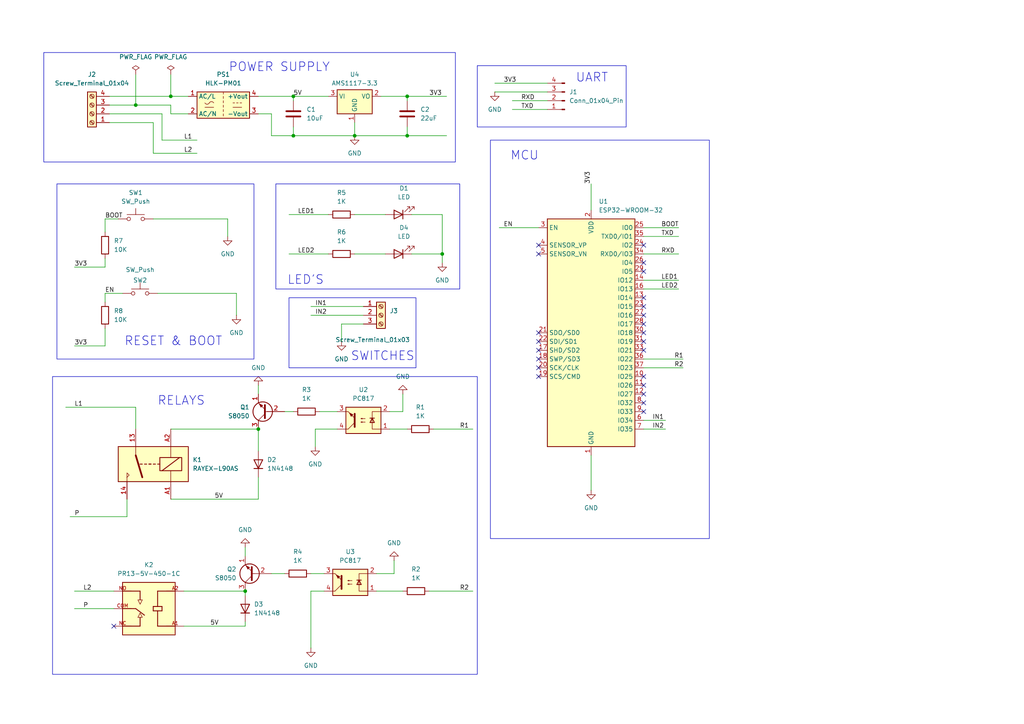
<source format=kicad_sch>
(kicad_sch
	(version 20231120)
	(generator "eeschema")
	(generator_version "8.0")
	(uuid "02d95c39-c6e4-426e-b13d-14c3e830efbe")
	(paper "A4")
	(lib_symbols
		(symbol "Connector:Conn_01x04_Pin"
			(pin_names
				(offset 1.016) hide)
			(exclude_from_sim no)
			(in_bom yes)
			(on_board yes)
			(property "Reference" "J"
				(at 0 5.08 0)
				(effects
					(font
						(size 1.27 1.27)
					)
				)
			)
			(property "Value" "Conn_01x04_Pin"
				(at 0 -7.62 0)
				(effects
					(font
						(size 1.27 1.27)
					)
				)
			)
			(property "Footprint" ""
				(at 0 0 0)
				(effects
					(font
						(size 1.27 1.27)
					)
					(hide yes)
				)
			)
			(property "Datasheet" "~"
				(at 0 0 0)
				(effects
					(font
						(size 1.27 1.27)
					)
					(hide yes)
				)
			)
			(property "Description" "Generic connector, single row, 01x04, script generated"
				(at 0 0 0)
				(effects
					(font
						(size 1.27 1.27)
					)
					(hide yes)
				)
			)
			(property "ki_locked" ""
				(at 0 0 0)
				(effects
					(font
						(size 1.27 1.27)
					)
				)
			)
			(property "ki_keywords" "connector"
				(at 0 0 0)
				(effects
					(font
						(size 1.27 1.27)
					)
					(hide yes)
				)
			)
			(property "ki_fp_filters" "Connector*:*_1x??_*"
				(at 0 0 0)
				(effects
					(font
						(size 1.27 1.27)
					)
					(hide yes)
				)
			)
			(symbol "Conn_01x04_Pin_1_1"
				(polyline
					(pts
						(xy 1.27 -5.08) (xy 0.8636 -5.08)
					)
					(stroke
						(width 0.1524)
						(type default)
					)
					(fill
						(type none)
					)
				)
				(polyline
					(pts
						(xy 1.27 -2.54) (xy 0.8636 -2.54)
					)
					(stroke
						(width 0.1524)
						(type default)
					)
					(fill
						(type none)
					)
				)
				(polyline
					(pts
						(xy 1.27 0) (xy 0.8636 0)
					)
					(stroke
						(width 0.1524)
						(type default)
					)
					(fill
						(type none)
					)
				)
				(polyline
					(pts
						(xy 1.27 2.54) (xy 0.8636 2.54)
					)
					(stroke
						(width 0.1524)
						(type default)
					)
					(fill
						(type none)
					)
				)
				(rectangle
					(start 0.8636 -4.953)
					(end 0 -5.207)
					(stroke
						(width 0.1524)
						(type default)
					)
					(fill
						(type outline)
					)
				)
				(rectangle
					(start 0.8636 -2.413)
					(end 0 -2.667)
					(stroke
						(width 0.1524)
						(type default)
					)
					(fill
						(type outline)
					)
				)
				(rectangle
					(start 0.8636 0.127)
					(end 0 -0.127)
					(stroke
						(width 0.1524)
						(type default)
					)
					(fill
						(type outline)
					)
				)
				(rectangle
					(start 0.8636 2.667)
					(end 0 2.413)
					(stroke
						(width 0.1524)
						(type default)
					)
					(fill
						(type outline)
					)
				)
				(pin passive line
					(at 5.08 2.54 180)
					(length 3.81)
					(name "Pin_1"
						(effects
							(font
								(size 1.27 1.27)
							)
						)
					)
					(number "1"
						(effects
							(font
								(size 1.27 1.27)
							)
						)
					)
				)
				(pin passive line
					(at 5.08 0 180)
					(length 3.81)
					(name "Pin_2"
						(effects
							(font
								(size 1.27 1.27)
							)
						)
					)
					(number "2"
						(effects
							(font
								(size 1.27 1.27)
							)
						)
					)
				)
				(pin passive line
					(at 5.08 -2.54 180)
					(length 3.81)
					(name "Pin_3"
						(effects
							(font
								(size 1.27 1.27)
							)
						)
					)
					(number "3"
						(effects
							(font
								(size 1.27 1.27)
							)
						)
					)
				)
				(pin passive line
					(at 5.08 -5.08 180)
					(length 3.81)
					(name "Pin_4"
						(effects
							(font
								(size 1.27 1.27)
							)
						)
					)
					(number "4"
						(effects
							(font
								(size 1.27 1.27)
							)
						)
					)
				)
			)
		)
		(symbol "Connector:Screw_Terminal_01x03"
			(pin_names
				(offset 1.016) hide)
			(exclude_from_sim no)
			(in_bom yes)
			(on_board yes)
			(property "Reference" "J"
				(at 0 5.08 0)
				(effects
					(font
						(size 1.27 1.27)
					)
				)
			)
			(property "Value" "Screw_Terminal_01x03"
				(at 0 -5.08 0)
				(effects
					(font
						(size 1.27 1.27)
					)
				)
			)
			(property "Footprint" ""
				(at 0 0 0)
				(effects
					(font
						(size 1.27 1.27)
					)
					(hide yes)
				)
			)
			(property "Datasheet" "~"
				(at 0 0 0)
				(effects
					(font
						(size 1.27 1.27)
					)
					(hide yes)
				)
			)
			(property "Description" "Generic screw terminal, single row, 01x03, script generated (kicad-library-utils/schlib/autogen/connector/)"
				(at 0 0 0)
				(effects
					(font
						(size 1.27 1.27)
					)
					(hide yes)
				)
			)
			(property "ki_keywords" "screw terminal"
				(at 0 0 0)
				(effects
					(font
						(size 1.27 1.27)
					)
					(hide yes)
				)
			)
			(property "ki_fp_filters" "TerminalBlock*:*"
				(at 0 0 0)
				(effects
					(font
						(size 1.27 1.27)
					)
					(hide yes)
				)
			)
			(symbol "Screw_Terminal_01x03_1_1"
				(rectangle
					(start -1.27 3.81)
					(end 1.27 -3.81)
					(stroke
						(width 0.254)
						(type default)
					)
					(fill
						(type background)
					)
				)
				(circle
					(center 0 -2.54)
					(radius 0.635)
					(stroke
						(width 0.1524)
						(type default)
					)
					(fill
						(type none)
					)
				)
				(polyline
					(pts
						(xy -0.5334 -2.2098) (xy 0.3302 -3.048)
					)
					(stroke
						(width 0.1524)
						(type default)
					)
					(fill
						(type none)
					)
				)
				(polyline
					(pts
						(xy -0.5334 0.3302) (xy 0.3302 -0.508)
					)
					(stroke
						(width 0.1524)
						(type default)
					)
					(fill
						(type none)
					)
				)
				(polyline
					(pts
						(xy -0.5334 2.8702) (xy 0.3302 2.032)
					)
					(stroke
						(width 0.1524)
						(type default)
					)
					(fill
						(type none)
					)
				)
				(polyline
					(pts
						(xy -0.3556 -2.032) (xy 0.508 -2.8702)
					)
					(stroke
						(width 0.1524)
						(type default)
					)
					(fill
						(type none)
					)
				)
				(polyline
					(pts
						(xy -0.3556 0.508) (xy 0.508 -0.3302)
					)
					(stroke
						(width 0.1524)
						(type default)
					)
					(fill
						(type none)
					)
				)
				(polyline
					(pts
						(xy -0.3556 3.048) (xy 0.508 2.2098)
					)
					(stroke
						(width 0.1524)
						(type default)
					)
					(fill
						(type none)
					)
				)
				(circle
					(center 0 0)
					(radius 0.635)
					(stroke
						(width 0.1524)
						(type default)
					)
					(fill
						(type none)
					)
				)
				(circle
					(center 0 2.54)
					(radius 0.635)
					(stroke
						(width 0.1524)
						(type default)
					)
					(fill
						(type none)
					)
				)
				(pin passive line
					(at -5.08 2.54 0)
					(length 3.81)
					(name "Pin_1"
						(effects
							(font
								(size 1.27 1.27)
							)
						)
					)
					(number "1"
						(effects
							(font
								(size 1.27 1.27)
							)
						)
					)
				)
				(pin passive line
					(at -5.08 0 0)
					(length 3.81)
					(name "Pin_2"
						(effects
							(font
								(size 1.27 1.27)
							)
						)
					)
					(number "2"
						(effects
							(font
								(size 1.27 1.27)
							)
						)
					)
				)
				(pin passive line
					(at -5.08 -2.54 0)
					(length 3.81)
					(name "Pin_3"
						(effects
							(font
								(size 1.27 1.27)
							)
						)
					)
					(number "3"
						(effects
							(font
								(size 1.27 1.27)
							)
						)
					)
				)
			)
		)
		(symbol "Connector:Screw_Terminal_01x04"
			(pin_names
				(offset 1.016) hide)
			(exclude_from_sim no)
			(in_bom yes)
			(on_board yes)
			(property "Reference" "J"
				(at 0 5.08 0)
				(effects
					(font
						(size 1.27 1.27)
					)
				)
			)
			(property "Value" "Screw_Terminal_01x04"
				(at 0 -7.62 0)
				(effects
					(font
						(size 1.27 1.27)
					)
				)
			)
			(property "Footprint" ""
				(at 0 0 0)
				(effects
					(font
						(size 1.27 1.27)
					)
					(hide yes)
				)
			)
			(property "Datasheet" "~"
				(at 0 0 0)
				(effects
					(font
						(size 1.27 1.27)
					)
					(hide yes)
				)
			)
			(property "Description" "Generic screw terminal, single row, 01x04, script generated (kicad-library-utils/schlib/autogen/connector/)"
				(at 0 0 0)
				(effects
					(font
						(size 1.27 1.27)
					)
					(hide yes)
				)
			)
			(property "ki_keywords" "screw terminal"
				(at 0 0 0)
				(effects
					(font
						(size 1.27 1.27)
					)
					(hide yes)
				)
			)
			(property "ki_fp_filters" "TerminalBlock*:*"
				(at 0 0 0)
				(effects
					(font
						(size 1.27 1.27)
					)
					(hide yes)
				)
			)
			(symbol "Screw_Terminal_01x04_1_1"
				(rectangle
					(start -1.27 3.81)
					(end 1.27 -6.35)
					(stroke
						(width 0.254)
						(type default)
					)
					(fill
						(type background)
					)
				)
				(circle
					(center 0 -5.08)
					(radius 0.635)
					(stroke
						(width 0.1524)
						(type default)
					)
					(fill
						(type none)
					)
				)
				(circle
					(center 0 -2.54)
					(radius 0.635)
					(stroke
						(width 0.1524)
						(type default)
					)
					(fill
						(type none)
					)
				)
				(polyline
					(pts
						(xy -0.5334 -4.7498) (xy 0.3302 -5.588)
					)
					(stroke
						(width 0.1524)
						(type default)
					)
					(fill
						(type none)
					)
				)
				(polyline
					(pts
						(xy -0.5334 -2.2098) (xy 0.3302 -3.048)
					)
					(stroke
						(width 0.1524)
						(type default)
					)
					(fill
						(type none)
					)
				)
				(polyline
					(pts
						(xy -0.5334 0.3302) (xy 0.3302 -0.508)
					)
					(stroke
						(width 0.1524)
						(type default)
					)
					(fill
						(type none)
					)
				)
				(polyline
					(pts
						(xy -0.5334 2.8702) (xy 0.3302 2.032)
					)
					(stroke
						(width 0.1524)
						(type default)
					)
					(fill
						(type none)
					)
				)
				(polyline
					(pts
						(xy -0.3556 -4.572) (xy 0.508 -5.4102)
					)
					(stroke
						(width 0.1524)
						(type default)
					)
					(fill
						(type none)
					)
				)
				(polyline
					(pts
						(xy -0.3556 -2.032) (xy 0.508 -2.8702)
					)
					(stroke
						(width 0.1524)
						(type default)
					)
					(fill
						(type none)
					)
				)
				(polyline
					(pts
						(xy -0.3556 0.508) (xy 0.508 -0.3302)
					)
					(stroke
						(width 0.1524)
						(type default)
					)
					(fill
						(type none)
					)
				)
				(polyline
					(pts
						(xy -0.3556 3.048) (xy 0.508 2.2098)
					)
					(stroke
						(width 0.1524)
						(type default)
					)
					(fill
						(type none)
					)
				)
				(circle
					(center 0 0)
					(radius 0.635)
					(stroke
						(width 0.1524)
						(type default)
					)
					(fill
						(type none)
					)
				)
				(circle
					(center 0 2.54)
					(radius 0.635)
					(stroke
						(width 0.1524)
						(type default)
					)
					(fill
						(type none)
					)
				)
				(pin passive line
					(at -5.08 2.54 0)
					(length 3.81)
					(name "Pin_1"
						(effects
							(font
								(size 1.27 1.27)
							)
						)
					)
					(number "1"
						(effects
							(font
								(size 1.27 1.27)
							)
						)
					)
				)
				(pin passive line
					(at -5.08 0 0)
					(length 3.81)
					(name "Pin_2"
						(effects
							(font
								(size 1.27 1.27)
							)
						)
					)
					(number "2"
						(effects
							(font
								(size 1.27 1.27)
							)
						)
					)
				)
				(pin passive line
					(at -5.08 -2.54 0)
					(length 3.81)
					(name "Pin_3"
						(effects
							(font
								(size 1.27 1.27)
							)
						)
					)
					(number "3"
						(effects
							(font
								(size 1.27 1.27)
							)
						)
					)
				)
				(pin passive line
					(at -5.08 -5.08 0)
					(length 3.81)
					(name "Pin_4"
						(effects
							(font
								(size 1.27 1.27)
							)
						)
					)
					(number "4"
						(effects
							(font
								(size 1.27 1.27)
							)
						)
					)
				)
			)
		)
		(symbol "Converter_ACDC:HLK-PM01"
			(exclude_from_sim no)
			(in_bom yes)
			(on_board yes)
			(property "Reference" "PS"
				(at 0 5.08 0)
				(effects
					(font
						(size 1.27 1.27)
					)
				)
			)
			(property "Value" "HLK-PM01"
				(at 0 -5.08 0)
				(effects
					(font
						(size 1.27 1.27)
					)
				)
			)
			(property "Footprint" "Converter_ACDC:Converter_ACDC_Hi-Link_HLK-PMxx"
				(at 0 -7.62 0)
				(effects
					(font
						(size 1.27 1.27)
					)
					(hide yes)
				)
			)
			(property "Datasheet" "https://h.hlktech.com/download/ACDC%E7%94%B5%E6%BA%90%E6%A8%A1%E5%9D%973W%E7%B3%BB%E5%88%97/1/%E6%B5%B7%E5%87%8C%E7%A7%913W%E7%B3%BB%E5%88%97%E7%94%B5%E6%BA%90%E6%A8%A1%E5%9D%97%E8%A7%84%E6%A0%BC%E4%B9%A6V2.8.pdf"
				(at 10.16 -8.89 0)
				(effects
					(font
						(size 1.27 1.27)
					)
					(hide yes)
				)
			)
			(property "Description" "Compact AC/DC board mount power module 3W 5V"
				(at 0 0 0)
				(effects
					(font
						(size 1.27 1.27)
					)
					(hide yes)
				)
			)
			(property "ki_keywords" "AC/DC module power supply"
				(at 0 0 0)
				(effects
					(font
						(size 1.27 1.27)
					)
					(hide yes)
				)
			)
			(property "ki_fp_filters" "Converter*ACDC*Hi?Link*HLK?PM*"
				(at 0 0 0)
				(effects
					(font
						(size 1.27 1.27)
					)
					(hide yes)
				)
			)
			(symbol "HLK-PM01_0_1"
				(rectangle
					(start -7.62 3.81)
					(end 7.62 -3.81)
					(stroke
						(width 0.254)
						(type default)
					)
					(fill
						(type background)
					)
				)
				(arc
					(start -5.334 0.635)
					(mid -4.699 0.2495)
					(end -4.064 0.635)
					(stroke
						(width 0)
						(type default)
					)
					(fill
						(type none)
					)
				)
				(arc
					(start -2.794 0.635)
					(mid -3.429 1.0072)
					(end -4.064 0.635)
					(stroke
						(width 0)
						(type default)
					)
					(fill
						(type none)
					)
				)
				(polyline
					(pts
						(xy -5.334 -0.635) (xy -2.794 -0.635)
					)
					(stroke
						(width 0)
						(type default)
					)
					(fill
						(type none)
					)
				)
				(polyline
					(pts
						(xy 0 -2.54) (xy 0 -3.175)
					)
					(stroke
						(width 0)
						(type default)
					)
					(fill
						(type none)
					)
				)
				(polyline
					(pts
						(xy 0 -1.27) (xy 0 -1.905)
					)
					(stroke
						(width 0)
						(type default)
					)
					(fill
						(type none)
					)
				)
				(polyline
					(pts
						(xy 0 0) (xy 0 -0.635)
					)
					(stroke
						(width 0)
						(type default)
					)
					(fill
						(type none)
					)
				)
				(polyline
					(pts
						(xy 0 1.27) (xy 0 0.635)
					)
					(stroke
						(width 0)
						(type default)
					)
					(fill
						(type none)
					)
				)
				(polyline
					(pts
						(xy 0 2.54) (xy 0 1.905)
					)
					(stroke
						(width 0)
						(type default)
					)
					(fill
						(type none)
					)
				)
				(polyline
					(pts
						(xy 0 3.81) (xy 0 3.175)
					)
					(stroke
						(width 0)
						(type default)
					)
					(fill
						(type none)
					)
				)
				(polyline
					(pts
						(xy 2.794 -0.635) (xy 5.334 -0.635)
					)
					(stroke
						(width 0)
						(type default)
					)
					(fill
						(type none)
					)
				)
				(polyline
					(pts
						(xy 2.794 0.635) (xy 3.302 0.635)
					)
					(stroke
						(width 0)
						(type default)
					)
					(fill
						(type none)
					)
				)
				(polyline
					(pts
						(xy 3.81 0.635) (xy 4.318 0.635)
					)
					(stroke
						(width 0)
						(type default)
					)
					(fill
						(type none)
					)
				)
				(polyline
					(pts
						(xy 4.826 0.635) (xy 5.334 0.635)
					)
					(stroke
						(width 0)
						(type default)
					)
					(fill
						(type none)
					)
				)
			)
			(symbol "HLK-PM01_1_1"
				(pin power_in line
					(at -10.16 2.54 0)
					(length 2.54)
					(name "AC/L"
						(effects
							(font
								(size 1.27 1.27)
							)
						)
					)
					(number "1"
						(effects
							(font
								(size 1.27 1.27)
							)
						)
					)
				)
				(pin power_in line
					(at -10.16 -2.54 0)
					(length 2.54)
					(name "AC/N"
						(effects
							(font
								(size 1.27 1.27)
							)
						)
					)
					(number "2"
						(effects
							(font
								(size 1.27 1.27)
							)
						)
					)
				)
				(pin power_out line
					(at 10.16 -2.54 180)
					(length 2.54)
					(name "-Vout"
						(effects
							(font
								(size 1.27 1.27)
							)
						)
					)
					(number "3"
						(effects
							(font
								(size 1.27 1.27)
							)
						)
					)
				)
				(pin power_out line
					(at 10.16 2.54 180)
					(length 2.54)
					(name "+Vout"
						(effects
							(font
								(size 1.27 1.27)
							)
						)
					)
					(number "4"
						(effects
							(font
								(size 1.27 1.27)
							)
						)
					)
				)
			)
		)
		(symbol "Device:C"
			(pin_numbers hide)
			(pin_names
				(offset 0.254)
			)
			(exclude_from_sim no)
			(in_bom yes)
			(on_board yes)
			(property "Reference" "C"
				(at 0.635 2.54 0)
				(effects
					(font
						(size 1.27 1.27)
					)
					(justify left)
				)
			)
			(property "Value" "C"
				(at 0.635 -2.54 0)
				(effects
					(font
						(size 1.27 1.27)
					)
					(justify left)
				)
			)
			(property "Footprint" ""
				(at 0.9652 -3.81 0)
				(effects
					(font
						(size 1.27 1.27)
					)
					(hide yes)
				)
			)
			(property "Datasheet" "~"
				(at 0 0 0)
				(effects
					(font
						(size 1.27 1.27)
					)
					(hide yes)
				)
			)
			(property "Description" "Unpolarized capacitor"
				(at 0 0 0)
				(effects
					(font
						(size 1.27 1.27)
					)
					(hide yes)
				)
			)
			(property "ki_keywords" "cap capacitor"
				(at 0 0 0)
				(effects
					(font
						(size 1.27 1.27)
					)
					(hide yes)
				)
			)
			(property "ki_fp_filters" "C_*"
				(at 0 0 0)
				(effects
					(font
						(size 1.27 1.27)
					)
					(hide yes)
				)
			)
			(symbol "C_0_1"
				(polyline
					(pts
						(xy -2.032 -0.762) (xy 2.032 -0.762)
					)
					(stroke
						(width 0.508)
						(type default)
					)
					(fill
						(type none)
					)
				)
				(polyline
					(pts
						(xy -2.032 0.762) (xy 2.032 0.762)
					)
					(stroke
						(width 0.508)
						(type default)
					)
					(fill
						(type none)
					)
				)
			)
			(symbol "C_1_1"
				(pin passive line
					(at 0 3.81 270)
					(length 2.794)
					(name "~"
						(effects
							(font
								(size 1.27 1.27)
							)
						)
					)
					(number "1"
						(effects
							(font
								(size 1.27 1.27)
							)
						)
					)
				)
				(pin passive line
					(at 0 -3.81 90)
					(length 2.794)
					(name "~"
						(effects
							(font
								(size 1.27 1.27)
							)
						)
					)
					(number "2"
						(effects
							(font
								(size 1.27 1.27)
							)
						)
					)
				)
			)
		)
		(symbol "Device:LED"
			(pin_numbers hide)
			(pin_names
				(offset 1.016) hide)
			(exclude_from_sim no)
			(in_bom yes)
			(on_board yes)
			(property "Reference" "D"
				(at 0 2.54 0)
				(effects
					(font
						(size 1.27 1.27)
					)
				)
			)
			(property "Value" "LED"
				(at 0 -2.54 0)
				(effects
					(font
						(size 1.27 1.27)
					)
				)
			)
			(property "Footprint" ""
				(at 0 0 0)
				(effects
					(font
						(size 1.27 1.27)
					)
					(hide yes)
				)
			)
			(property "Datasheet" "~"
				(at 0 0 0)
				(effects
					(font
						(size 1.27 1.27)
					)
					(hide yes)
				)
			)
			(property "Description" "Light emitting diode"
				(at 0 0 0)
				(effects
					(font
						(size 1.27 1.27)
					)
					(hide yes)
				)
			)
			(property "ki_keywords" "LED diode"
				(at 0 0 0)
				(effects
					(font
						(size 1.27 1.27)
					)
					(hide yes)
				)
			)
			(property "ki_fp_filters" "LED* LED_SMD:* LED_THT:*"
				(at 0 0 0)
				(effects
					(font
						(size 1.27 1.27)
					)
					(hide yes)
				)
			)
			(symbol "LED_0_1"
				(polyline
					(pts
						(xy -1.27 -1.27) (xy -1.27 1.27)
					)
					(stroke
						(width 0.254)
						(type default)
					)
					(fill
						(type none)
					)
				)
				(polyline
					(pts
						(xy -1.27 0) (xy 1.27 0)
					)
					(stroke
						(width 0)
						(type default)
					)
					(fill
						(type none)
					)
				)
				(polyline
					(pts
						(xy 1.27 -1.27) (xy 1.27 1.27) (xy -1.27 0) (xy 1.27 -1.27)
					)
					(stroke
						(width 0.254)
						(type default)
					)
					(fill
						(type none)
					)
				)
				(polyline
					(pts
						(xy -3.048 -0.762) (xy -4.572 -2.286) (xy -3.81 -2.286) (xy -4.572 -2.286) (xy -4.572 -1.524)
					)
					(stroke
						(width 0)
						(type default)
					)
					(fill
						(type none)
					)
				)
				(polyline
					(pts
						(xy -1.778 -0.762) (xy -3.302 -2.286) (xy -2.54 -2.286) (xy -3.302 -2.286) (xy -3.302 -1.524)
					)
					(stroke
						(width 0)
						(type default)
					)
					(fill
						(type none)
					)
				)
			)
			(symbol "LED_1_1"
				(pin passive line
					(at -3.81 0 0)
					(length 2.54)
					(name "K"
						(effects
							(font
								(size 1.27 1.27)
							)
						)
					)
					(number "1"
						(effects
							(font
								(size 1.27 1.27)
							)
						)
					)
				)
				(pin passive line
					(at 3.81 0 180)
					(length 2.54)
					(name "A"
						(effects
							(font
								(size 1.27 1.27)
							)
						)
					)
					(number "2"
						(effects
							(font
								(size 1.27 1.27)
							)
						)
					)
				)
			)
		)
		(symbol "Device:R"
			(pin_numbers hide)
			(pin_names
				(offset 0)
			)
			(exclude_from_sim no)
			(in_bom yes)
			(on_board yes)
			(property "Reference" "R"
				(at 2.032 0 90)
				(effects
					(font
						(size 1.27 1.27)
					)
				)
			)
			(property "Value" "R"
				(at 0 0 90)
				(effects
					(font
						(size 1.27 1.27)
					)
				)
			)
			(property "Footprint" ""
				(at -1.778 0 90)
				(effects
					(font
						(size 1.27 1.27)
					)
					(hide yes)
				)
			)
			(property "Datasheet" "~"
				(at 0 0 0)
				(effects
					(font
						(size 1.27 1.27)
					)
					(hide yes)
				)
			)
			(property "Description" "Resistor"
				(at 0 0 0)
				(effects
					(font
						(size 1.27 1.27)
					)
					(hide yes)
				)
			)
			(property "ki_keywords" "R res resistor"
				(at 0 0 0)
				(effects
					(font
						(size 1.27 1.27)
					)
					(hide yes)
				)
			)
			(property "ki_fp_filters" "R_*"
				(at 0 0 0)
				(effects
					(font
						(size 1.27 1.27)
					)
					(hide yes)
				)
			)
			(symbol "R_0_1"
				(rectangle
					(start -1.016 -2.54)
					(end 1.016 2.54)
					(stroke
						(width 0.254)
						(type default)
					)
					(fill
						(type none)
					)
				)
			)
			(symbol "R_1_1"
				(pin passive line
					(at 0 3.81 270)
					(length 1.27)
					(name "~"
						(effects
							(font
								(size 1.27 1.27)
							)
						)
					)
					(number "1"
						(effects
							(font
								(size 1.27 1.27)
							)
						)
					)
				)
				(pin passive line
					(at 0 -3.81 90)
					(length 1.27)
					(name "~"
						(effects
							(font
								(size 1.27 1.27)
							)
						)
					)
					(number "2"
						(effects
							(font
								(size 1.27 1.27)
							)
						)
					)
				)
			)
		)
		(symbol "Diode:1N4148"
			(pin_numbers hide)
			(pin_names hide)
			(exclude_from_sim no)
			(in_bom yes)
			(on_board yes)
			(property "Reference" "D"
				(at 0 2.54 0)
				(effects
					(font
						(size 1.27 1.27)
					)
				)
			)
			(property "Value" "1N4148"
				(at 0 -2.54 0)
				(effects
					(font
						(size 1.27 1.27)
					)
				)
			)
			(property "Footprint" "Diode_THT:D_DO-35_SOD27_P7.62mm_Horizontal"
				(at 0 0 0)
				(effects
					(font
						(size 1.27 1.27)
					)
					(hide yes)
				)
			)
			(property "Datasheet" "https://assets.nexperia.com/documents/data-sheet/1N4148_1N4448.pdf"
				(at 0 0 0)
				(effects
					(font
						(size 1.27 1.27)
					)
					(hide yes)
				)
			)
			(property "Description" "100V 0.15A standard switching diode, DO-35"
				(at 0 0 0)
				(effects
					(font
						(size 1.27 1.27)
					)
					(hide yes)
				)
			)
			(property "Sim.Device" "D"
				(at 0 0 0)
				(effects
					(font
						(size 1.27 1.27)
					)
					(hide yes)
				)
			)
			(property "Sim.Pins" "1=K 2=A"
				(at 0 0 0)
				(effects
					(font
						(size 1.27 1.27)
					)
					(hide yes)
				)
			)
			(property "ki_keywords" "diode"
				(at 0 0 0)
				(effects
					(font
						(size 1.27 1.27)
					)
					(hide yes)
				)
			)
			(property "ki_fp_filters" "D*DO?35*"
				(at 0 0 0)
				(effects
					(font
						(size 1.27 1.27)
					)
					(hide yes)
				)
			)
			(symbol "1N4148_0_1"
				(polyline
					(pts
						(xy -1.27 1.27) (xy -1.27 -1.27)
					)
					(stroke
						(width 0.254)
						(type default)
					)
					(fill
						(type none)
					)
				)
				(polyline
					(pts
						(xy 1.27 0) (xy -1.27 0)
					)
					(stroke
						(width 0)
						(type default)
					)
					(fill
						(type none)
					)
				)
				(polyline
					(pts
						(xy 1.27 1.27) (xy 1.27 -1.27) (xy -1.27 0) (xy 1.27 1.27)
					)
					(stroke
						(width 0.254)
						(type default)
					)
					(fill
						(type none)
					)
				)
			)
			(symbol "1N4148_1_1"
				(pin passive line
					(at -3.81 0 0)
					(length 2.54)
					(name "K"
						(effects
							(font
								(size 1.27 1.27)
							)
						)
					)
					(number "1"
						(effects
							(font
								(size 1.27 1.27)
							)
						)
					)
				)
				(pin passive line
					(at 3.81 0 180)
					(length 2.54)
					(name "A"
						(effects
							(font
								(size 1.27 1.27)
							)
						)
					)
					(number "2"
						(effects
							(font
								(size 1.27 1.27)
							)
						)
					)
				)
			)
		)
		(symbol "Isolator:PC817"
			(pin_names
				(offset 1.016)
			)
			(exclude_from_sim no)
			(in_bom yes)
			(on_board yes)
			(property "Reference" "U"
				(at -5.08 5.08 0)
				(effects
					(font
						(size 1.27 1.27)
					)
					(justify left)
				)
			)
			(property "Value" "PC817"
				(at 0 5.08 0)
				(effects
					(font
						(size 1.27 1.27)
					)
					(justify left)
				)
			)
			(property "Footprint" "Package_DIP:DIP-4_W7.62mm"
				(at -5.08 -5.08 0)
				(effects
					(font
						(size 1.27 1.27)
						(italic yes)
					)
					(justify left)
					(hide yes)
				)
			)
			(property "Datasheet" "http://www.soselectronic.cz/a_info/resource/d/pc817.pdf"
				(at 0 0 0)
				(effects
					(font
						(size 1.27 1.27)
					)
					(justify left)
					(hide yes)
				)
			)
			(property "Description" "DC Optocoupler, Vce 35V, CTR 50-300%, DIP-4"
				(at 0 0 0)
				(effects
					(font
						(size 1.27 1.27)
					)
					(hide yes)
				)
			)
			(property "ki_keywords" "NPN DC Optocoupler"
				(at 0 0 0)
				(effects
					(font
						(size 1.27 1.27)
					)
					(hide yes)
				)
			)
			(property "ki_fp_filters" "DIP*W7.62mm*"
				(at 0 0 0)
				(effects
					(font
						(size 1.27 1.27)
					)
					(hide yes)
				)
			)
			(symbol "PC817_0_1"
				(rectangle
					(start -5.08 3.81)
					(end 5.08 -3.81)
					(stroke
						(width 0.254)
						(type default)
					)
					(fill
						(type background)
					)
				)
				(polyline
					(pts
						(xy -3.175 -0.635) (xy -1.905 -0.635)
					)
					(stroke
						(width 0.254)
						(type default)
					)
					(fill
						(type none)
					)
				)
				(polyline
					(pts
						(xy 2.54 0.635) (xy 4.445 2.54)
					)
					(stroke
						(width 0)
						(type default)
					)
					(fill
						(type none)
					)
				)
				(polyline
					(pts
						(xy 4.445 -2.54) (xy 2.54 -0.635)
					)
					(stroke
						(width 0)
						(type default)
					)
					(fill
						(type outline)
					)
				)
				(polyline
					(pts
						(xy 4.445 -2.54) (xy 5.08 -2.54)
					)
					(stroke
						(width 0)
						(type default)
					)
					(fill
						(type none)
					)
				)
				(polyline
					(pts
						(xy 4.445 2.54) (xy 5.08 2.54)
					)
					(stroke
						(width 0)
						(type default)
					)
					(fill
						(type none)
					)
				)
				(polyline
					(pts
						(xy -5.08 2.54) (xy -2.54 2.54) (xy -2.54 -0.635)
					)
					(stroke
						(width 0)
						(type default)
					)
					(fill
						(type none)
					)
				)
				(polyline
					(pts
						(xy -2.54 -0.635) (xy -2.54 -2.54) (xy -5.08 -2.54)
					)
					(stroke
						(width 0)
						(type default)
					)
					(fill
						(type none)
					)
				)
				(polyline
					(pts
						(xy 2.54 1.905) (xy 2.54 -1.905) (xy 2.54 -1.905)
					)
					(stroke
						(width 0.508)
						(type default)
					)
					(fill
						(type none)
					)
				)
				(polyline
					(pts
						(xy -2.54 -0.635) (xy -3.175 0.635) (xy -1.905 0.635) (xy -2.54 -0.635)
					)
					(stroke
						(width 0.254)
						(type default)
					)
					(fill
						(type none)
					)
				)
				(polyline
					(pts
						(xy -0.508 -0.508) (xy 0.762 -0.508) (xy 0.381 -0.635) (xy 0.381 -0.381) (xy 0.762 -0.508)
					)
					(stroke
						(width 0)
						(type default)
					)
					(fill
						(type none)
					)
				)
				(polyline
					(pts
						(xy -0.508 0.508) (xy 0.762 0.508) (xy 0.381 0.381) (xy 0.381 0.635) (xy 0.762 0.508)
					)
					(stroke
						(width 0)
						(type default)
					)
					(fill
						(type none)
					)
				)
				(polyline
					(pts
						(xy 3.048 -1.651) (xy 3.556 -1.143) (xy 4.064 -2.159) (xy 3.048 -1.651) (xy 3.048 -1.651)
					)
					(stroke
						(width 0)
						(type default)
					)
					(fill
						(type outline)
					)
				)
			)
			(symbol "PC817_1_1"
				(pin passive line
					(at -7.62 2.54 0)
					(length 2.54)
					(name "~"
						(effects
							(font
								(size 1.27 1.27)
							)
						)
					)
					(number "1"
						(effects
							(font
								(size 1.27 1.27)
							)
						)
					)
				)
				(pin passive line
					(at -7.62 -2.54 0)
					(length 2.54)
					(name "~"
						(effects
							(font
								(size 1.27 1.27)
							)
						)
					)
					(number "2"
						(effects
							(font
								(size 1.27 1.27)
							)
						)
					)
				)
				(pin passive line
					(at 7.62 -2.54 180)
					(length 2.54)
					(name "~"
						(effects
							(font
								(size 1.27 1.27)
							)
						)
					)
					(number "3"
						(effects
							(font
								(size 1.27 1.27)
							)
						)
					)
				)
				(pin passive line
					(at 7.62 2.54 180)
					(length 2.54)
					(name "~"
						(effects
							(font
								(size 1.27 1.27)
							)
						)
					)
					(number "4"
						(effects
							(font
								(size 1.27 1.27)
							)
						)
					)
				)
			)
		)
		(symbol "PR13-5V-450-1C:PR13-5V-450-1C"
			(pin_names
				(offset 1.016) hide)
			(exclude_from_sim no)
			(in_bom yes)
			(on_board yes)
			(property "Reference" "K"
				(at -7.62 8.89 0)
				(effects
					(font
						(size 1.27 1.27)
					)
					(justify left bottom)
				)
			)
			(property "Value" "PR13-5V-450-1C"
				(at -7.62 -10.16 0)
				(effects
					(font
						(size 1.27 1.27)
					)
					(justify left bottom)
				)
			)
			(property "Footprint" "RELAY_PR13-5V-450-1C"
				(at 0 0 0)
				(effects
					(font
						(size 1.27 1.27)
					)
					(justify left bottom)
					(hide yes)
				)
			)
			(property "Datasheet" ""
				(at 0 0 0)
				(effects
					(font
						(size 1.27 1.27)
					)
					(justify left bottom)
					(hide yes)
				)
			)
			(property "Description" ""
				(at 0 0 0)
				(effects
					(font
						(size 1.27 1.27)
					)
					(hide yes)
				)
			)
			(property "MF" "Same Sky"
				(at 0 0 0)
				(effects
					(font
						(size 1.27 1.27)
					)
					(justify left bottom)
					(hide yes)
				)
			)
			(property "MAXIMUM_PACKAGE_HEIGHT" "16.1mm"
				(at 0 0 0)
				(effects
					(font
						(size 1.27 1.27)
					)
					(justify left bottom)
					(hide yes)
				)
			)
			(property "Package" "None"
				(at 0 0 0)
				(effects
					(font
						(size 1.27 1.27)
					)
					(justify left bottom)
					(hide yes)
				)
			)
			(property "Price" "None"
				(at 0 0 0)
				(effects
					(font
						(size 1.27 1.27)
					)
					(justify left bottom)
					(hide yes)
				)
			)
			(property "Check_prices" "https://www.snapeda.com/parts/PR13-5V-450-1C/Same+Sky/view-part/?ref=eda"
				(at 0 0 0)
				(effects
					(font
						(size 1.27 1.27)
					)
					(justify left bottom)
					(hide yes)
				)
			)
			(property "STANDARD" "Manufacturer Recommendations"
				(at 0 0 0)
				(effects
					(font
						(size 1.27 1.27)
					)
					(justify left bottom)
					(hide yes)
				)
			)
			(property "PARTREV" "1.0"
				(at 0 0 0)
				(effects
					(font
						(size 1.27 1.27)
					)
					(justify left bottom)
					(hide yes)
				)
			)
			(property "SnapEDA_Link" "https://www.snapeda.com/parts/PR13-5V-450-1C/Same+Sky/view-part/?ref=snap"
				(at 0 0 0)
				(effects
					(font
						(size 1.27 1.27)
					)
					(justify left bottom)
					(hide yes)
				)
			)
			(property "MP" "PR13-5V-450-1C"
				(at 0 0 0)
				(effects
					(font
						(size 1.27 1.27)
					)
					(justify left bottom)
					(hide yes)
				)
			)
			(property "Description_1" "\\n                        \\n                            19 x 15.5 x 15.8 mm, 5 V, 10 A, SPDT (1 Form C), Power Relay\\n                        \\n"
				(at 0 0 0)
				(effects
					(font
						(size 1.27 1.27)
					)
					(justify left bottom)
					(hide yes)
				)
			)
			(property "SNAPEDA_PN" "PR12-5V-360-1C"
				(at 0 0 0)
				(effects
					(font
						(size 1.27 1.27)
					)
					(justify left bottom)
					(hide yes)
				)
			)
			(property "Availability" "In Stock"
				(at 0 0 0)
				(effects
					(font
						(size 1.27 1.27)
					)
					(justify left bottom)
					(hide yes)
				)
			)
			(property "MANUFACTURER" "CUI devices"
				(at 0 0 0)
				(effects
					(font
						(size 1.27 1.27)
					)
					(justify left bottom)
					(hide yes)
				)
			)
			(property "ki_locked" ""
				(at 0 0 0)
				(effects
					(font
						(size 1.27 1.27)
					)
				)
			)
			(symbol "PR13-5V-450-1C_0_0"
				(rectangle
					(start -7.62 -7.62)
					(end 7.62 7.62)
					(stroke
						(width 0.254)
						(type solid)
					)
					(fill
						(type background)
					)
				)
				(polyline
					(pts
						(xy -7.62 -5.08) (xy -2.54 -5.08)
					)
					(stroke
						(width 0.254)
						(type solid)
					)
					(fill
						(type none)
					)
				)
				(polyline
					(pts
						(xy -7.62 5.08) (xy -2.54 5.08)
					)
					(stroke
						(width 0.254)
						(type solid)
					)
					(fill
						(type none)
					)
				)
				(polyline
					(pts
						(xy -3.81 -0.635) (xy -3.81 0.635)
					)
					(stroke
						(width 0.254)
						(type solid)
					)
					(fill
						(type none)
					)
				)
				(polyline
					(pts
						(xy -3.81 0.635) (xy -2.54 0.635)
					)
					(stroke
						(width 0.254)
						(type solid)
					)
					(fill
						(type none)
					)
				)
				(polyline
					(pts
						(xy -2.54 -0.635) (xy -3.81 -0.635)
					)
					(stroke
						(width 0.254)
						(type solid)
					)
					(fill
						(type none)
					)
				)
				(polyline
					(pts
						(xy -2.54 -0.635) (xy -2.54 -5.08)
					)
					(stroke
						(width 0.254)
						(type solid)
					)
					(fill
						(type none)
					)
				)
				(polyline
					(pts
						(xy -2.54 0.635) (xy -1.27 0.635)
					)
					(stroke
						(width 0.254)
						(type solid)
					)
					(fill
						(type none)
					)
				)
				(polyline
					(pts
						(xy -2.54 5.08) (xy -2.54 0.635)
					)
					(stroke
						(width 0.254)
						(type solid)
					)
					(fill
						(type none)
					)
				)
				(polyline
					(pts
						(xy -1.27 -0.635) (xy -2.54 -0.635)
					)
					(stroke
						(width 0.254)
						(type solid)
					)
					(fill
						(type none)
					)
				)
				(polyline
					(pts
						(xy -1.27 0.635) (xy -1.27 -0.635)
					)
					(stroke
						(width 0.254)
						(type solid)
					)
					(fill
						(type none)
					)
				)
				(polyline
					(pts
						(xy 2.54 -5.08) (xy 2.54 -2.54)
					)
					(stroke
						(width 0.254)
						(type solid)
					)
					(fill
						(type none)
					)
				)
				(polyline
					(pts
						(xy 2.54 5.08) (xy 2.54 2.54)
					)
					(stroke
						(width 0.254)
						(type solid)
					)
					(fill
						(type none)
					)
				)
				(polyline
					(pts
						(xy 2.54 5.08) (xy 7.62 5.08)
					)
					(stroke
						(width 0.254)
						(type solid)
					)
					(fill
						(type none)
					)
				)
				(polyline
					(pts
						(xy 3.81 0) (xy 1.27 1.905)
					)
					(stroke
						(width 0.254)
						(type solid)
					)
					(fill
						(type none)
					)
				)
				(polyline
					(pts
						(xy 7.62 -5.08) (xy 2.54 -5.08)
					)
					(stroke
						(width 0.254)
						(type solid)
					)
					(fill
						(type none)
					)
				)
				(polyline
					(pts
						(xy 7.62 0) (xy 3.81 0)
					)
					(stroke
						(width 0.254)
						(type solid)
					)
					(fill
						(type none)
					)
				)
				(polyline
					(pts
						(xy 1.905 -2.54) (xy 3.175 -2.54) (xy 2.54 -1.27) (xy 1.905 -2.54)
					)
					(stroke
						(width 0.1524)
						(type solid)
					)
					(fill
						(type background)
					)
				)
				(polyline
					(pts
						(xy 3.175 2.54) (xy 1.905 2.54) (xy 2.54 1.27) (xy 3.175 2.54)
					)
					(stroke
						(width 0.1524)
						(type solid)
					)
					(fill
						(type background)
					)
				)
				(pin passive line
					(at -10.16 5.08 0)
					(length 5.08)
					(name "~"
						(effects
							(font
								(size 1.016 1.016)
							)
						)
					)
					(number "A1"
						(effects
							(font
								(size 1.016 1.016)
							)
						)
					)
				)
				(pin passive line
					(at -10.16 -5.08 0)
					(length 5.08)
					(name "~"
						(effects
							(font
								(size 1.016 1.016)
							)
						)
					)
					(number "A2"
						(effects
							(font
								(size 1.016 1.016)
							)
						)
					)
				)
				(pin passive line
					(at 10.16 0 180)
					(length 5.08)
					(name "~"
						(effects
							(font
								(size 1.016 1.016)
							)
						)
					)
					(number "COM"
						(effects
							(font
								(size 1.016 1.016)
							)
						)
					)
				)
				(pin passive line
					(at 10.16 5.08 180)
					(length 5.08)
					(name "~"
						(effects
							(font
								(size 1.016 1.016)
							)
						)
					)
					(number "NC"
						(effects
							(font
								(size 1.016 1.016)
							)
						)
					)
				)
				(pin passive line
					(at 10.16 -5.08 180)
					(length 5.08)
					(name "~"
						(effects
							(font
								(size 1.016 1.016)
							)
						)
					)
					(number "NO"
						(effects
							(font
								(size 1.016 1.016)
							)
						)
					)
				)
			)
		)
		(symbol "RF_Module:ESP32-WROOM-32"
			(exclude_from_sim no)
			(in_bom yes)
			(on_board yes)
			(property "Reference" "U"
				(at -12.7 34.29 0)
				(effects
					(font
						(size 1.27 1.27)
					)
					(justify left)
				)
			)
			(property "Value" "ESP32-WROOM-32"
				(at 1.27 34.29 0)
				(effects
					(font
						(size 1.27 1.27)
					)
					(justify left)
				)
			)
			(property "Footprint" "RF_Module:ESP32-WROOM-32"
				(at 0 -38.1 0)
				(effects
					(font
						(size 1.27 1.27)
					)
					(hide yes)
				)
			)
			(property "Datasheet" "https://www.espressif.com/sites/default/files/documentation/esp32-wroom-32_datasheet_en.pdf"
				(at -7.62 1.27 0)
				(effects
					(font
						(size 1.27 1.27)
					)
					(hide yes)
				)
			)
			(property "Description" "RF Module, ESP32-D0WDQ6 SoC, Wi-Fi 802.11b/g/n, Bluetooth, BLE, 32-bit, 2.7-3.6V, onboard antenna, SMD"
				(at 0 0 0)
				(effects
					(font
						(size 1.27 1.27)
					)
					(hide yes)
				)
			)
			(property "ki_keywords" "RF Radio BT ESP ESP32 Espressif onboard PCB antenna"
				(at 0 0 0)
				(effects
					(font
						(size 1.27 1.27)
					)
					(hide yes)
				)
			)
			(property "ki_fp_filters" "ESP32?WROOM?32*"
				(at 0 0 0)
				(effects
					(font
						(size 1.27 1.27)
					)
					(hide yes)
				)
			)
			(symbol "ESP32-WROOM-32_0_1"
				(rectangle
					(start -12.7 33.02)
					(end 12.7 -33.02)
					(stroke
						(width 0.254)
						(type default)
					)
					(fill
						(type background)
					)
				)
			)
			(symbol "ESP32-WROOM-32_1_1"
				(pin power_in line
					(at 0 -35.56 90)
					(length 2.54)
					(name "GND"
						(effects
							(font
								(size 1.27 1.27)
							)
						)
					)
					(number "1"
						(effects
							(font
								(size 1.27 1.27)
							)
						)
					)
				)
				(pin bidirectional line
					(at 15.24 -12.7 180)
					(length 2.54)
					(name "IO25"
						(effects
							(font
								(size 1.27 1.27)
							)
						)
					)
					(number "10"
						(effects
							(font
								(size 1.27 1.27)
							)
						)
					)
				)
				(pin bidirectional line
					(at 15.24 -15.24 180)
					(length 2.54)
					(name "IO26"
						(effects
							(font
								(size 1.27 1.27)
							)
						)
					)
					(number "11"
						(effects
							(font
								(size 1.27 1.27)
							)
						)
					)
				)
				(pin bidirectional line
					(at 15.24 -17.78 180)
					(length 2.54)
					(name "IO27"
						(effects
							(font
								(size 1.27 1.27)
							)
						)
					)
					(number "12"
						(effects
							(font
								(size 1.27 1.27)
							)
						)
					)
				)
				(pin bidirectional line
					(at 15.24 10.16 180)
					(length 2.54)
					(name "IO14"
						(effects
							(font
								(size 1.27 1.27)
							)
						)
					)
					(number "13"
						(effects
							(font
								(size 1.27 1.27)
							)
						)
					)
				)
				(pin bidirectional line
					(at 15.24 15.24 180)
					(length 2.54)
					(name "IO12"
						(effects
							(font
								(size 1.27 1.27)
							)
						)
					)
					(number "14"
						(effects
							(font
								(size 1.27 1.27)
							)
						)
					)
				)
				(pin passive line
					(at 0 -35.56 90)
					(length 2.54) hide
					(name "GND"
						(effects
							(font
								(size 1.27 1.27)
							)
						)
					)
					(number "15"
						(effects
							(font
								(size 1.27 1.27)
							)
						)
					)
				)
				(pin bidirectional line
					(at 15.24 12.7 180)
					(length 2.54)
					(name "IO13"
						(effects
							(font
								(size 1.27 1.27)
							)
						)
					)
					(number "16"
						(effects
							(font
								(size 1.27 1.27)
							)
						)
					)
				)
				(pin bidirectional line
					(at -15.24 -5.08 0)
					(length 2.54)
					(name "SHD/SD2"
						(effects
							(font
								(size 1.27 1.27)
							)
						)
					)
					(number "17"
						(effects
							(font
								(size 1.27 1.27)
							)
						)
					)
				)
				(pin bidirectional line
					(at -15.24 -7.62 0)
					(length 2.54)
					(name "SWP/SD3"
						(effects
							(font
								(size 1.27 1.27)
							)
						)
					)
					(number "18"
						(effects
							(font
								(size 1.27 1.27)
							)
						)
					)
				)
				(pin bidirectional line
					(at -15.24 -12.7 0)
					(length 2.54)
					(name "SCS/CMD"
						(effects
							(font
								(size 1.27 1.27)
							)
						)
					)
					(number "19"
						(effects
							(font
								(size 1.27 1.27)
							)
						)
					)
				)
				(pin power_in line
					(at 0 35.56 270)
					(length 2.54)
					(name "VDD"
						(effects
							(font
								(size 1.27 1.27)
							)
						)
					)
					(number "2"
						(effects
							(font
								(size 1.27 1.27)
							)
						)
					)
				)
				(pin bidirectional line
					(at -15.24 -10.16 0)
					(length 2.54)
					(name "SCK/CLK"
						(effects
							(font
								(size 1.27 1.27)
							)
						)
					)
					(number "20"
						(effects
							(font
								(size 1.27 1.27)
							)
						)
					)
				)
				(pin bidirectional line
					(at -15.24 0 0)
					(length 2.54)
					(name "SDO/SD0"
						(effects
							(font
								(size 1.27 1.27)
							)
						)
					)
					(number "21"
						(effects
							(font
								(size 1.27 1.27)
							)
						)
					)
				)
				(pin bidirectional line
					(at -15.24 -2.54 0)
					(length 2.54)
					(name "SDI/SD1"
						(effects
							(font
								(size 1.27 1.27)
							)
						)
					)
					(number "22"
						(effects
							(font
								(size 1.27 1.27)
							)
						)
					)
				)
				(pin bidirectional line
					(at 15.24 7.62 180)
					(length 2.54)
					(name "IO15"
						(effects
							(font
								(size 1.27 1.27)
							)
						)
					)
					(number "23"
						(effects
							(font
								(size 1.27 1.27)
							)
						)
					)
				)
				(pin bidirectional line
					(at 15.24 25.4 180)
					(length 2.54)
					(name "IO2"
						(effects
							(font
								(size 1.27 1.27)
							)
						)
					)
					(number "24"
						(effects
							(font
								(size 1.27 1.27)
							)
						)
					)
				)
				(pin bidirectional line
					(at 15.24 30.48 180)
					(length 2.54)
					(name "IO0"
						(effects
							(font
								(size 1.27 1.27)
							)
						)
					)
					(number "25"
						(effects
							(font
								(size 1.27 1.27)
							)
						)
					)
				)
				(pin bidirectional line
					(at 15.24 20.32 180)
					(length 2.54)
					(name "IO4"
						(effects
							(font
								(size 1.27 1.27)
							)
						)
					)
					(number "26"
						(effects
							(font
								(size 1.27 1.27)
							)
						)
					)
				)
				(pin bidirectional line
					(at 15.24 5.08 180)
					(length 2.54)
					(name "IO16"
						(effects
							(font
								(size 1.27 1.27)
							)
						)
					)
					(number "27"
						(effects
							(font
								(size 1.27 1.27)
							)
						)
					)
				)
				(pin bidirectional line
					(at 15.24 2.54 180)
					(length 2.54)
					(name "IO17"
						(effects
							(font
								(size 1.27 1.27)
							)
						)
					)
					(number "28"
						(effects
							(font
								(size 1.27 1.27)
							)
						)
					)
				)
				(pin bidirectional line
					(at 15.24 17.78 180)
					(length 2.54)
					(name "IO5"
						(effects
							(font
								(size 1.27 1.27)
							)
						)
					)
					(number "29"
						(effects
							(font
								(size 1.27 1.27)
							)
						)
					)
				)
				(pin input line
					(at -15.24 30.48 0)
					(length 2.54)
					(name "EN"
						(effects
							(font
								(size 1.27 1.27)
							)
						)
					)
					(number "3"
						(effects
							(font
								(size 1.27 1.27)
							)
						)
					)
				)
				(pin bidirectional line
					(at 15.24 0 180)
					(length 2.54)
					(name "IO18"
						(effects
							(font
								(size 1.27 1.27)
							)
						)
					)
					(number "30"
						(effects
							(font
								(size 1.27 1.27)
							)
						)
					)
				)
				(pin bidirectional line
					(at 15.24 -2.54 180)
					(length 2.54)
					(name "IO19"
						(effects
							(font
								(size 1.27 1.27)
							)
						)
					)
					(number "31"
						(effects
							(font
								(size 1.27 1.27)
							)
						)
					)
				)
				(pin no_connect line
					(at -12.7 -27.94 0)
					(length 2.54) hide
					(name "NC"
						(effects
							(font
								(size 1.27 1.27)
							)
						)
					)
					(number "32"
						(effects
							(font
								(size 1.27 1.27)
							)
						)
					)
				)
				(pin bidirectional line
					(at 15.24 -5.08 180)
					(length 2.54)
					(name "IO21"
						(effects
							(font
								(size 1.27 1.27)
							)
						)
					)
					(number "33"
						(effects
							(font
								(size 1.27 1.27)
							)
						)
					)
				)
				(pin bidirectional line
					(at 15.24 22.86 180)
					(length 2.54)
					(name "RXD0/IO3"
						(effects
							(font
								(size 1.27 1.27)
							)
						)
					)
					(number "34"
						(effects
							(font
								(size 1.27 1.27)
							)
						)
					)
				)
				(pin bidirectional line
					(at 15.24 27.94 180)
					(length 2.54)
					(name "TXD0/IO1"
						(effects
							(font
								(size 1.27 1.27)
							)
						)
					)
					(number "35"
						(effects
							(font
								(size 1.27 1.27)
							)
						)
					)
				)
				(pin bidirectional line
					(at 15.24 -7.62 180)
					(length 2.54)
					(name "IO22"
						(effects
							(font
								(size 1.27 1.27)
							)
						)
					)
					(number "36"
						(effects
							(font
								(size 1.27 1.27)
							)
						)
					)
				)
				(pin bidirectional line
					(at 15.24 -10.16 180)
					(length 2.54)
					(name "IO23"
						(effects
							(font
								(size 1.27 1.27)
							)
						)
					)
					(number "37"
						(effects
							(font
								(size 1.27 1.27)
							)
						)
					)
				)
				(pin passive line
					(at 0 -35.56 90)
					(length 2.54) hide
					(name "GND"
						(effects
							(font
								(size 1.27 1.27)
							)
						)
					)
					(number "38"
						(effects
							(font
								(size 1.27 1.27)
							)
						)
					)
				)
				(pin passive line
					(at 0 -35.56 90)
					(length 2.54) hide
					(name "GND"
						(effects
							(font
								(size 1.27 1.27)
							)
						)
					)
					(number "39"
						(effects
							(font
								(size 1.27 1.27)
							)
						)
					)
				)
				(pin input line
					(at -15.24 25.4 0)
					(length 2.54)
					(name "SENSOR_VP"
						(effects
							(font
								(size 1.27 1.27)
							)
						)
					)
					(number "4"
						(effects
							(font
								(size 1.27 1.27)
							)
						)
					)
				)
				(pin input line
					(at -15.24 22.86 0)
					(length 2.54)
					(name "SENSOR_VN"
						(effects
							(font
								(size 1.27 1.27)
							)
						)
					)
					(number "5"
						(effects
							(font
								(size 1.27 1.27)
							)
						)
					)
				)
				(pin input line
					(at 15.24 -25.4 180)
					(length 2.54)
					(name "IO34"
						(effects
							(font
								(size 1.27 1.27)
							)
						)
					)
					(number "6"
						(effects
							(font
								(size 1.27 1.27)
							)
						)
					)
				)
				(pin input line
					(at 15.24 -27.94 180)
					(length 2.54)
					(name "IO35"
						(effects
							(font
								(size 1.27 1.27)
							)
						)
					)
					(number "7"
						(effects
							(font
								(size 1.27 1.27)
							)
						)
					)
				)
				(pin bidirectional line
					(at 15.24 -20.32 180)
					(length 2.54)
					(name "IO32"
						(effects
							(font
								(size 1.27 1.27)
							)
						)
					)
					(number "8"
						(effects
							(font
								(size 1.27 1.27)
							)
						)
					)
				)
				(pin bidirectional line
					(at 15.24 -22.86 180)
					(length 2.54)
					(name "IO33"
						(effects
							(font
								(size 1.27 1.27)
							)
						)
					)
					(number "9"
						(effects
							(font
								(size 1.27 1.27)
							)
						)
					)
				)
			)
		)
		(symbol "Regulator_Linear:AMS1117-3.3"
			(exclude_from_sim no)
			(in_bom yes)
			(on_board yes)
			(property "Reference" "U"
				(at -3.81 3.175 0)
				(effects
					(font
						(size 1.27 1.27)
					)
				)
			)
			(property "Value" "AMS1117-3.3"
				(at 0 3.175 0)
				(effects
					(font
						(size 1.27 1.27)
					)
					(justify left)
				)
			)
			(property "Footprint" "Package_TO_SOT_SMD:SOT-223-3_TabPin2"
				(at 0 5.08 0)
				(effects
					(font
						(size 1.27 1.27)
					)
					(hide yes)
				)
			)
			(property "Datasheet" "http://www.advanced-monolithic.com/pdf/ds1117.pdf"
				(at 2.54 -6.35 0)
				(effects
					(font
						(size 1.27 1.27)
					)
					(hide yes)
				)
			)
			(property "Description" "1A Low Dropout regulator, positive, 3.3V fixed output, SOT-223"
				(at 0 0 0)
				(effects
					(font
						(size 1.27 1.27)
					)
					(hide yes)
				)
			)
			(property "ki_keywords" "linear regulator ldo fixed positive"
				(at 0 0 0)
				(effects
					(font
						(size 1.27 1.27)
					)
					(hide yes)
				)
			)
			(property "ki_fp_filters" "SOT?223*TabPin2*"
				(at 0 0 0)
				(effects
					(font
						(size 1.27 1.27)
					)
					(hide yes)
				)
			)
			(symbol "AMS1117-3.3_0_1"
				(rectangle
					(start -5.08 -5.08)
					(end 5.08 1.905)
					(stroke
						(width 0.254)
						(type default)
					)
					(fill
						(type background)
					)
				)
			)
			(symbol "AMS1117-3.3_1_1"
				(pin power_in line
					(at 0 -7.62 90)
					(length 2.54)
					(name "GND"
						(effects
							(font
								(size 1.27 1.27)
							)
						)
					)
					(number "1"
						(effects
							(font
								(size 1.27 1.27)
							)
						)
					)
				)
				(pin power_out line
					(at 7.62 0 180)
					(length 2.54)
					(name "VO"
						(effects
							(font
								(size 1.27 1.27)
							)
						)
					)
					(number "2"
						(effects
							(font
								(size 1.27 1.27)
							)
						)
					)
				)
				(pin power_in line
					(at -7.62 0 0)
					(length 2.54)
					(name "VI"
						(effects
							(font
								(size 1.27 1.27)
							)
						)
					)
					(number "3"
						(effects
							(font
								(size 1.27 1.27)
							)
						)
					)
				)
			)
		)
		(symbol "Relay:RAYEX-L90AS"
			(exclude_from_sim no)
			(in_bom yes)
			(on_board yes)
			(property "Reference" "K"
				(at 11.43 3.81 0)
				(effects
					(font
						(size 1.27 1.27)
					)
					(justify left)
				)
			)
			(property "Value" "RAYEX-L90AS"
				(at 11.43 1.27 0)
				(effects
					(font
						(size 1.27 1.27)
					)
					(justify left)
				)
			)
			(property "Footprint" "Relay_THT:Relay_SPST_RAYEX-L90AS"
				(at 11.43 -1.27 0)
				(effects
					(font
						(size 1.27 1.27)
					)
					(justify left)
					(hide yes)
				)
			)
			(property "Datasheet" "https://a3.sofastcdn.com/attachment/7jioKBjnRiiSrjrjknRiwS77gwbf3zmp/L90-SERIES.pdf"
				(at 17.78 -3.81 0)
				(effects
					(font
						(size 1.27 1.27)
					)
					(justify left)
					(hide yes)
				)
			)
			(property "Description" "Power relay, Without Common Terminal between coil terminals, NO, SPST, 30A"
				(at 0 0 0)
				(effects
					(font
						(size 1.27 1.27)
					)
					(hide yes)
				)
			)
			(property "ki_keywords" "30A Single Pole Relay"
				(at 0 0 0)
				(effects
					(font
						(size 1.27 1.27)
					)
					(hide yes)
				)
			)
			(property "ki_fp_filters" "Relay*SPST*RAYEX*L90A*"
				(at 0 0 0)
				(effects
					(font
						(size 1.27 1.27)
					)
					(hide yes)
				)
			)
			(symbol "RAYEX-L90AS_1_0"
				(polyline
					(pts
						(xy 7.62 3.81) (xy 7.62 5.08)
					)
					(stroke
						(width 0)
						(type default)
					)
					(fill
						(type none)
					)
				)
				(polyline
					(pts
						(xy 7.62 3.81) (xy 7.62 2.54) (xy 6.985 3.175) (xy 7.62 3.81)
					)
					(stroke
						(width 0)
						(type default)
					)
					(fill
						(type none)
					)
				)
			)
			(symbol "RAYEX-L90AS_1_1"
				(rectangle
					(start -10.16 5.08)
					(end 10.16 -5.08)
					(stroke
						(width 0.254)
						(type default)
					)
					(fill
						(type background)
					)
				)
				(rectangle
					(start -8.255 1.905)
					(end -1.905 -1.905)
					(stroke
						(width 0.254)
						(type default)
					)
					(fill
						(type none)
					)
				)
				(polyline
					(pts
						(xy -7.62 -1.905) (xy -2.54 1.905)
					)
					(stroke
						(width 0.254)
						(type default)
					)
					(fill
						(type none)
					)
				)
				(polyline
					(pts
						(xy -5.08 -5.08) (xy -5.08 -1.905)
					)
					(stroke
						(width 0)
						(type default)
					)
					(fill
						(type none)
					)
				)
				(polyline
					(pts
						(xy -5.08 5.08) (xy -5.08 1.905)
					)
					(stroke
						(width 0)
						(type default)
					)
					(fill
						(type none)
					)
				)
				(polyline
					(pts
						(xy -1.905 0) (xy -1.27 0)
					)
					(stroke
						(width 0.254)
						(type default)
					)
					(fill
						(type none)
					)
				)
				(polyline
					(pts
						(xy -0.635 0) (xy 0 0)
					)
					(stroke
						(width 0.254)
						(type default)
					)
					(fill
						(type none)
					)
				)
				(polyline
					(pts
						(xy 0.635 0) (xy 1.27 0)
					)
					(stroke
						(width 0.254)
						(type default)
					)
					(fill
						(type none)
					)
				)
				(polyline
					(pts
						(xy 0.635 0) (xy 1.27 0)
					)
					(stroke
						(width 0.254)
						(type default)
					)
					(fill
						(type none)
					)
				)
				(polyline
					(pts
						(xy 1.905 0) (xy 2.54 0)
					)
					(stroke
						(width 0.254)
						(type default)
					)
					(fill
						(type none)
					)
				)
				(polyline
					(pts
						(xy 3.175 0) (xy 3.81 0)
					)
					(stroke
						(width 0.254)
						(type default)
					)
					(fill
						(type none)
					)
				)
				(polyline
					(pts
						(xy 5.08 -2.54) (xy 3.175 3.81)
					)
					(stroke
						(width 0.508)
						(type default)
					)
					(fill
						(type none)
					)
				)
				(polyline
					(pts
						(xy 5.08 -2.54) (xy 5.08 -5.08)
					)
					(stroke
						(width 0)
						(type default)
					)
					(fill
						(type none)
					)
				)
				(pin passive line
					(at 5.08 -10.16 90)
					(length 5.08)
					(name "~"
						(effects
							(font
								(size 1.27 1.27)
							)
						)
					)
					(number "13"
						(effects
							(font
								(size 1.27 1.27)
							)
						)
					)
				)
				(pin passive line
					(at 7.62 10.16 270)
					(length 5.08)
					(name "~"
						(effects
							(font
								(size 1.27 1.27)
							)
						)
					)
					(number "14"
						(effects
							(font
								(size 1.27 1.27)
							)
						)
					)
				)
				(pin passive line
					(at -5.08 10.16 270)
					(length 5.08)
					(name "~"
						(effects
							(font
								(size 1.27 1.27)
							)
						)
					)
					(number "A1"
						(effects
							(font
								(size 1.27 1.27)
							)
						)
					)
				)
				(pin passive line
					(at -5.08 -10.16 90)
					(length 5.08)
					(name "~"
						(effects
							(font
								(size 1.27 1.27)
							)
						)
					)
					(number "A2"
						(effects
							(font
								(size 1.27 1.27)
							)
						)
					)
				)
			)
		)
		(symbol "Switch:SW_Push"
			(pin_numbers hide)
			(pin_names
				(offset 1.016) hide)
			(exclude_from_sim no)
			(in_bom yes)
			(on_board yes)
			(property "Reference" "SW"
				(at 1.27 2.54 0)
				(effects
					(font
						(size 1.27 1.27)
					)
					(justify left)
				)
			)
			(property "Value" "SW_Push"
				(at 0 -1.524 0)
				(effects
					(font
						(size 1.27 1.27)
					)
				)
			)
			(property "Footprint" ""
				(at 0 5.08 0)
				(effects
					(font
						(size 1.27 1.27)
					)
					(hide yes)
				)
			)
			(property "Datasheet" "~"
				(at 0 5.08 0)
				(effects
					(font
						(size 1.27 1.27)
					)
					(hide yes)
				)
			)
			(property "Description" "Push button switch, generic, two pins"
				(at 0 0 0)
				(effects
					(font
						(size 1.27 1.27)
					)
					(hide yes)
				)
			)
			(property "ki_keywords" "switch normally-open pushbutton push-button"
				(at 0 0 0)
				(effects
					(font
						(size 1.27 1.27)
					)
					(hide yes)
				)
			)
			(symbol "SW_Push_0_1"
				(circle
					(center -2.032 0)
					(radius 0.508)
					(stroke
						(width 0)
						(type default)
					)
					(fill
						(type none)
					)
				)
				(polyline
					(pts
						(xy 0 1.27) (xy 0 3.048)
					)
					(stroke
						(width 0)
						(type default)
					)
					(fill
						(type none)
					)
				)
				(polyline
					(pts
						(xy 2.54 1.27) (xy -2.54 1.27)
					)
					(stroke
						(width 0)
						(type default)
					)
					(fill
						(type none)
					)
				)
				(circle
					(center 2.032 0)
					(radius 0.508)
					(stroke
						(width 0)
						(type default)
					)
					(fill
						(type none)
					)
				)
				(pin passive line
					(at -5.08 0 0)
					(length 2.54)
					(name "1"
						(effects
							(font
								(size 1.27 1.27)
							)
						)
					)
					(number "1"
						(effects
							(font
								(size 1.27 1.27)
							)
						)
					)
				)
				(pin passive line
					(at 5.08 0 180)
					(length 2.54)
					(name "2"
						(effects
							(font
								(size 1.27 1.27)
							)
						)
					)
					(number "2"
						(effects
							(font
								(size 1.27 1.27)
							)
						)
					)
				)
			)
		)
		(symbol "Transistor_BJT:S8050"
			(pin_names
				(offset 0) hide)
			(exclude_from_sim no)
			(in_bom yes)
			(on_board yes)
			(property "Reference" "Q"
				(at 5.08 1.905 0)
				(effects
					(font
						(size 1.27 1.27)
					)
					(justify left)
				)
			)
			(property "Value" "S8050"
				(at 5.08 0 0)
				(effects
					(font
						(size 1.27 1.27)
					)
					(justify left)
				)
			)
			(property "Footprint" "Package_TO_SOT_THT:TO-92_Inline"
				(at 5.08 -1.905 0)
				(effects
					(font
						(size 1.27 1.27)
						(italic yes)
					)
					(justify left)
					(hide yes)
				)
			)
			(property "Datasheet" "http://www.unisonic.com.tw/datasheet/S8050.pdf"
				(at 0 0 0)
				(effects
					(font
						(size 1.27 1.27)
					)
					(justify left)
					(hide yes)
				)
			)
			(property "Description" "0.7A Ic, 20V Vce, Low Voltage High Current NPN Transistor, TO-92"
				(at 0 0 0)
				(effects
					(font
						(size 1.27 1.27)
					)
					(hide yes)
				)
			)
			(property "ki_keywords" "S8050 NPN Low Voltage High Current Transistor"
				(at 0 0 0)
				(effects
					(font
						(size 1.27 1.27)
					)
					(hide yes)
				)
			)
			(property "ki_fp_filters" "TO?92*"
				(at 0 0 0)
				(effects
					(font
						(size 1.27 1.27)
					)
					(hide yes)
				)
			)
			(symbol "S8050_0_1"
				(polyline
					(pts
						(xy 0 0) (xy 0.635 0)
					)
					(stroke
						(width 0)
						(type default)
					)
					(fill
						(type none)
					)
				)
				(polyline
					(pts
						(xy 0.635 0.635) (xy 2.54 2.54)
					)
					(stroke
						(width 0)
						(type default)
					)
					(fill
						(type none)
					)
				)
				(polyline
					(pts
						(xy 0.635 -0.635) (xy 2.54 -2.54) (xy 2.54 -2.54)
					)
					(stroke
						(width 0)
						(type default)
					)
					(fill
						(type none)
					)
				)
				(polyline
					(pts
						(xy 0.635 1.905) (xy 0.635 -1.905) (xy 0.635 -1.905)
					)
					(stroke
						(width 0.508)
						(type default)
					)
					(fill
						(type none)
					)
				)
				(polyline
					(pts
						(xy 1.27 -1.778) (xy 1.778 -1.27) (xy 2.286 -2.286) (xy 1.27 -1.778) (xy 1.27 -1.778)
					)
					(stroke
						(width 0)
						(type default)
					)
					(fill
						(type outline)
					)
				)
				(circle
					(center 1.27 0)
					(radius 2.8194)
					(stroke
						(width 0.254)
						(type default)
					)
					(fill
						(type none)
					)
				)
			)
			(symbol "S8050_1_1"
				(pin passive line
					(at 2.54 -5.08 90)
					(length 2.54)
					(name "E"
						(effects
							(font
								(size 1.27 1.27)
							)
						)
					)
					(number "1"
						(effects
							(font
								(size 1.27 1.27)
							)
						)
					)
				)
				(pin input line
					(at -5.08 0 0)
					(length 5.08)
					(name "B"
						(effects
							(font
								(size 1.27 1.27)
							)
						)
					)
					(number "2"
						(effects
							(font
								(size 1.27 1.27)
							)
						)
					)
				)
				(pin passive line
					(at 2.54 5.08 270)
					(length 2.54)
					(name "C"
						(effects
							(font
								(size 1.27 1.27)
							)
						)
					)
					(number "3"
						(effects
							(font
								(size 1.27 1.27)
							)
						)
					)
				)
			)
		)
		(symbol "power:GND"
			(power)
			(pin_numbers hide)
			(pin_names
				(offset 0) hide)
			(exclude_from_sim no)
			(in_bom yes)
			(on_board yes)
			(property "Reference" "#PWR"
				(at 0 -6.35 0)
				(effects
					(font
						(size 1.27 1.27)
					)
					(hide yes)
				)
			)
			(property "Value" "GND"
				(at 0 -3.81 0)
				(effects
					(font
						(size 1.27 1.27)
					)
				)
			)
			(property "Footprint" ""
				(at 0 0 0)
				(effects
					(font
						(size 1.27 1.27)
					)
					(hide yes)
				)
			)
			(property "Datasheet" ""
				(at 0 0 0)
				(effects
					(font
						(size 1.27 1.27)
					)
					(hide yes)
				)
			)
			(property "Description" "Power symbol creates a global label with name \"GND\" , ground"
				(at 0 0 0)
				(effects
					(font
						(size 1.27 1.27)
					)
					(hide yes)
				)
			)
			(property "ki_keywords" "global power"
				(at 0 0 0)
				(effects
					(font
						(size 1.27 1.27)
					)
					(hide yes)
				)
			)
			(symbol "GND_0_1"
				(polyline
					(pts
						(xy 0 0) (xy 0 -1.27) (xy 1.27 -1.27) (xy 0 -2.54) (xy -1.27 -1.27) (xy 0 -1.27)
					)
					(stroke
						(width 0)
						(type default)
					)
					(fill
						(type none)
					)
				)
			)
			(symbol "GND_1_1"
				(pin power_in line
					(at 0 0 270)
					(length 0)
					(name "~"
						(effects
							(font
								(size 1.27 1.27)
							)
						)
					)
					(number "1"
						(effects
							(font
								(size 1.27 1.27)
							)
						)
					)
				)
			)
		)
		(symbol "power:PWR_FLAG"
			(power)
			(pin_numbers hide)
			(pin_names
				(offset 0) hide)
			(exclude_from_sim no)
			(in_bom yes)
			(on_board yes)
			(property "Reference" "#FLG"
				(at 0 1.905 0)
				(effects
					(font
						(size 1.27 1.27)
					)
					(hide yes)
				)
			)
			(property "Value" "PWR_FLAG"
				(at 0 3.81 0)
				(effects
					(font
						(size 1.27 1.27)
					)
				)
			)
			(property "Footprint" ""
				(at 0 0 0)
				(effects
					(font
						(size 1.27 1.27)
					)
					(hide yes)
				)
			)
			(property "Datasheet" "~"
				(at 0 0 0)
				(effects
					(font
						(size 1.27 1.27)
					)
					(hide yes)
				)
			)
			(property "Description" "Special symbol for telling ERC where power comes from"
				(at 0 0 0)
				(effects
					(font
						(size 1.27 1.27)
					)
					(hide yes)
				)
			)
			(property "ki_keywords" "flag power"
				(at 0 0 0)
				(effects
					(font
						(size 1.27 1.27)
					)
					(hide yes)
				)
			)
			(symbol "PWR_FLAG_0_0"
				(pin power_out line
					(at 0 0 90)
					(length 0)
					(name "~"
						(effects
							(font
								(size 1.27 1.27)
							)
						)
					)
					(number "1"
						(effects
							(font
								(size 1.27 1.27)
							)
						)
					)
				)
			)
			(symbol "PWR_FLAG_0_1"
				(polyline
					(pts
						(xy 0 0) (xy 0 1.27) (xy -1.016 1.905) (xy 0 2.54) (xy 1.016 1.905) (xy 0 1.27)
					)
					(stroke
						(width 0)
						(type default)
					)
					(fill
						(type none)
					)
				)
			)
		)
	)
	(junction
		(at 128.27 73.66)
		(diameter 0)
		(color 0 0 0 0)
		(uuid "094bfaea-b199-422e-99a3-c2051925eeed")
	)
	(junction
		(at 49.53 27.94)
		(diameter 0)
		(color 0 0 0 0)
		(uuid "0d49fb58-039b-419f-9aee-080e489dd19b")
	)
	(junction
		(at 74.93 124.46)
		(diameter 0)
		(color 0 0 0 0)
		(uuid "1fb2e491-d22d-498d-aa00-324b7e42c7ce")
	)
	(junction
		(at 118.11 39.37)
		(diameter 0)
		(color 0 0 0 0)
		(uuid "2a011cf9-0e7f-4b9f-847b-2f441fd9595a")
	)
	(junction
		(at 102.87 39.37)
		(diameter 0)
		(color 0 0 0 0)
		(uuid "408c01b3-c3dd-4ed2-883b-506bbd0d1dd3")
	)
	(junction
		(at 85.09 27.94)
		(diameter 0)
		(color 0 0 0 0)
		(uuid "4c19ffa7-4d7d-4103-8878-d8b8278937a0")
	)
	(junction
		(at 85.09 39.37)
		(diameter 0)
		(color 0 0 0 0)
		(uuid "6d8f19cd-cf9b-4350-b3fd-c2c020c20687")
	)
	(junction
		(at 71.12 171.45)
		(diameter 0)
		(color 0 0 0 0)
		(uuid "a814e682-74dc-45dd-b64b-bf686f9f1e0d")
	)
	(junction
		(at 39.37 30.48)
		(diameter 0)
		(color 0 0 0 0)
		(uuid "b2f3968e-9bd1-4982-a3ef-513ae2308ef8")
	)
	(junction
		(at 118.11 27.94)
		(diameter 0)
		(color 0 0 0 0)
		(uuid "daed2d49-41d0-4692-a9bd-b2ba80e5def7")
	)
	(no_connect
		(at 186.69 114.3)
		(uuid "0cb5323d-d495-4f04-9d69-4d8ed81c85e1")
	)
	(no_connect
		(at 33.02 181.61)
		(uuid "0f26e2bf-afe5-40c4-aa59-1d75a4ddcf39")
	)
	(no_connect
		(at 186.69 101.6)
		(uuid "1c48d57a-d8dd-4c31-8ce9-864d9914ad56")
	)
	(no_connect
		(at 186.69 93.98)
		(uuid "3cf53790-94ee-4f7a-823b-bb38c4853c0b")
	)
	(no_connect
		(at 186.69 116.84)
		(uuid "52948d8c-bdb7-419f-8c10-a134fb475108")
	)
	(no_connect
		(at 186.69 96.52)
		(uuid "5ca05733-b028-4570-b494-1411507063e4")
	)
	(no_connect
		(at 186.69 119.38)
		(uuid "619141f0-3bf8-46ef-bdfb-d7a6185debc9")
	)
	(no_connect
		(at 156.21 99.06)
		(uuid "7cb6d2a6-19d0-4881-8b86-c7a7338843eb")
	)
	(no_connect
		(at 186.69 88.9)
		(uuid "7dea8dea-396b-4f08-9ac3-48ad7931efbe")
	)
	(no_connect
		(at 156.21 71.12)
		(uuid "7f11c433-f184-467e-bdf0-9f36459ca664")
	)
	(no_connect
		(at 156.21 104.14)
		(uuid "800b4187-eb3d-4ca3-a79b-3b8a54bdac8d")
	)
	(no_connect
		(at 186.69 76.2)
		(uuid "8cdab1a1-45dd-4026-bfd6-ac50e23f86aa")
	)
	(no_connect
		(at 186.69 111.76)
		(uuid "90a8d409-3885-4349-a1fd-15eacc960ad1")
	)
	(no_connect
		(at 156.21 101.6)
		(uuid "a13b1050-4252-487b-8def-35067a39aa9e")
	)
	(no_connect
		(at 186.69 99.06)
		(uuid "a8b8c571-68bf-4ca9-b89a-901f028dfeef")
	)
	(no_connect
		(at 156.21 109.22)
		(uuid "b5e6089b-80f0-44fd-92d1-ef2bc5c53477")
	)
	(no_connect
		(at 186.69 71.12)
		(uuid "b9bf951e-93e5-43a9-a6bd-a3a2045be0f5")
	)
	(no_connect
		(at 186.69 91.44)
		(uuid "c45fe774-fb72-41ee-99ca-262bbf3721f6")
	)
	(no_connect
		(at 186.69 109.22)
		(uuid "c9e6b78e-ce21-41f8-bf55-016360d5c97c")
	)
	(no_connect
		(at 156.21 96.52)
		(uuid "ce5f17c4-026c-4f6f-b0a3-0e360727503f")
	)
	(no_connect
		(at 156.21 73.66)
		(uuid "db6e3f0d-84d3-4e40-a2f6-75fca0f7a5e2")
	)
	(no_connect
		(at 156.21 106.68)
		(uuid "e449d861-c266-4e60-a55d-7c591022b180")
	)
	(no_connect
		(at 186.69 78.74)
		(uuid "e8b82771-692a-40a4-834c-51b6acd20b1f")
	)
	(no_connect
		(at 186.69 86.36)
		(uuid "eb7ec1da-b42b-4cee-9608-8ec3561a405b")
	)
	(wire
		(pts
			(xy 128.27 62.23) (xy 128.27 73.66)
		)
		(stroke
			(width 0)
			(type default)
		)
		(uuid "03be997c-47b5-464b-8d21-cbda8cc827c1")
	)
	(wire
		(pts
			(xy 35.56 85.09) (xy 30.48 85.09)
		)
		(stroke
			(width 0)
			(type default)
		)
		(uuid "04e35797-31a5-460b-bf23-1bde35adc008")
	)
	(wire
		(pts
			(xy 31.75 35.56) (xy 44.45 35.56)
		)
		(stroke
			(width 0)
			(type default)
		)
		(uuid "05d5e32c-b737-41b6-95b9-8d47e844175d")
	)
	(wire
		(pts
			(xy 118.11 29.21) (xy 118.11 27.94)
		)
		(stroke
			(width 0)
			(type default)
		)
		(uuid "0a3f3aa5-dc7f-4718-8da9-d20f44d46b7b")
	)
	(wire
		(pts
			(xy 90.17 88.9) (xy 105.41 88.9)
		)
		(stroke
			(width 0)
			(type default)
		)
		(uuid "0e0bd8cf-2a45-41e2-a10a-d4f11b7c8031")
	)
	(wire
		(pts
			(xy 44.45 63.5) (xy 66.04 63.5)
		)
		(stroke
			(width 0)
			(type default)
		)
		(uuid "0edb5953-a52a-462c-9b63-37b1a91fd01e")
	)
	(wire
		(pts
			(xy 83.82 73.66) (xy 95.25 73.66)
		)
		(stroke
			(width 0)
			(type default)
		)
		(uuid "11f6fa70-60d0-4a4e-bac0-3f84504392a6")
	)
	(wire
		(pts
			(xy 20.32 149.86) (xy 36.83 149.86)
		)
		(stroke
			(width 0)
			(type default)
		)
		(uuid "162f992c-3e72-42b5-806a-448ee2b5bdf8")
	)
	(wire
		(pts
			(xy 144.78 66.04) (xy 156.21 66.04)
		)
		(stroke
			(width 0)
			(type default)
		)
		(uuid "164fcca9-9bcc-411a-a5e8-2c32c6edd9cd")
	)
	(wire
		(pts
			(xy 21.59 171.45) (xy 33.02 171.45)
		)
		(stroke
			(width 0)
			(type default)
		)
		(uuid "1651ad06-bcfb-4bc1-b443-3fce9447a2e2")
	)
	(wire
		(pts
			(xy 85.09 39.37) (xy 85.09 36.83)
		)
		(stroke
			(width 0)
			(type default)
		)
		(uuid "175b1f98-471d-4a4c-9085-1bbc9eedfbdc")
	)
	(wire
		(pts
			(xy 91.44 124.46) (xy 97.79 124.46)
		)
		(stroke
			(width 0)
			(type default)
		)
		(uuid "194a1821-b6ba-476e-a0b4-89ae52119f0d")
	)
	(wire
		(pts
			(xy 113.03 119.38) (xy 116.84 119.38)
		)
		(stroke
			(width 0)
			(type default)
		)
		(uuid "1bdada09-cac4-45a4-a4d4-19b87a8ab40e")
	)
	(wire
		(pts
			(xy 99.06 93.98) (xy 99.06 99.06)
		)
		(stroke
			(width 0)
			(type default)
		)
		(uuid "1d9c631d-f2a8-4fa1-a64d-c4910c6f4d1e")
	)
	(wire
		(pts
			(xy 90.17 171.45) (xy 90.17 187.96)
		)
		(stroke
			(width 0)
			(type default)
		)
		(uuid "1e0429c7-e836-47ad-8208-d635e2ce9e91")
	)
	(wire
		(pts
			(xy 118.11 27.94) (xy 110.49 27.94)
		)
		(stroke
			(width 0)
			(type default)
		)
		(uuid "20522eb7-e894-4ec5-871d-98e848a4003c")
	)
	(wire
		(pts
			(xy 49.53 27.94) (xy 54.61 27.94)
		)
		(stroke
			(width 0)
			(type default)
		)
		(uuid "20961188-bc55-4079-a887-6c969975fe99")
	)
	(wire
		(pts
			(xy 143.51 24.13) (xy 158.75 24.13)
		)
		(stroke
			(width 0)
			(type default)
		)
		(uuid "2257782b-fc91-4666-8f3a-25bd24bfdc24")
	)
	(wire
		(pts
			(xy 148.59 31.75) (xy 158.75 31.75)
		)
		(stroke
			(width 0)
			(type default)
		)
		(uuid "247bbb8b-b15e-45db-89c4-a8c4daa84369")
	)
	(wire
		(pts
			(xy 186.69 106.68) (xy 198.12 106.68)
		)
		(stroke
			(width 0)
			(type default)
		)
		(uuid "27c1da32-5ac8-4543-b632-72599e5df4eb")
	)
	(wire
		(pts
			(xy 186.69 81.28) (xy 196.85 81.28)
		)
		(stroke
			(width 0)
			(type default)
		)
		(uuid "28467901-e047-4665-b668-f9cadaa90229")
	)
	(wire
		(pts
			(xy 39.37 21.59) (xy 39.37 30.48)
		)
		(stroke
			(width 0)
			(type default)
		)
		(uuid "2f3ead0c-5daa-48a9-a5da-725614cf3702")
	)
	(wire
		(pts
			(xy 116.84 114.3) (xy 116.84 119.38)
		)
		(stroke
			(width 0)
			(type default)
		)
		(uuid "3089dcae-976d-4135-90c5-6ed8d7e3b3f1")
	)
	(wire
		(pts
			(xy 21.59 77.47) (xy 30.48 77.47)
		)
		(stroke
			(width 0)
			(type default)
		)
		(uuid "30ec7419-e079-4b87-b364-eec7f3db5538")
	)
	(wire
		(pts
			(xy 128.27 73.66) (xy 128.27 76.2)
		)
		(stroke
			(width 0)
			(type default)
		)
		(uuid "31176356-077e-4544-a3cb-3e31de214a1a")
	)
	(wire
		(pts
			(xy 30.48 95.25) (xy 30.48 100.33)
		)
		(stroke
			(width 0)
			(type default)
		)
		(uuid "33738cbc-af10-4a5f-aa40-24d0659dcb94")
	)
	(wire
		(pts
			(xy 71.12 181.61) (xy 53.34 181.61)
		)
		(stroke
			(width 0)
			(type default)
		)
		(uuid "38bc80b6-5b45-4dc4-9ef5-b23b6bff17d0")
	)
	(wire
		(pts
			(xy 85.09 27.94) (xy 95.25 27.94)
		)
		(stroke
			(width 0)
			(type default)
		)
		(uuid "3a9bd9fa-567d-48f0-8652-f9c04bcb10c6")
	)
	(wire
		(pts
			(xy 30.48 74.93) (xy 30.48 77.47)
		)
		(stroke
			(width 0)
			(type default)
		)
		(uuid "3ddddd00-2277-4c4b-8161-383be4c3127a")
	)
	(wire
		(pts
			(xy 71.12 172.72) (xy 71.12 171.45)
		)
		(stroke
			(width 0)
			(type default)
		)
		(uuid "4a40055b-90b3-48a7-af32-49ab98eedca5")
	)
	(wire
		(pts
			(xy 119.38 62.23) (xy 128.27 62.23)
		)
		(stroke
			(width 0)
			(type default)
		)
		(uuid "4c7a8e6e-4d49-46d0-994e-8bfe4abdb4df")
	)
	(wire
		(pts
			(xy 171.45 53.34) (xy 171.45 60.96)
		)
		(stroke
			(width 0)
			(type default)
		)
		(uuid "4ca1cc76-e61d-4ca0-8266-32e8ee371744")
	)
	(wire
		(pts
			(xy 85.09 29.21) (xy 85.09 27.94)
		)
		(stroke
			(width 0)
			(type default)
		)
		(uuid "4d835c3f-49f9-445a-8bb1-5e84ba3b87de")
	)
	(wire
		(pts
			(xy 74.93 111.76) (xy 74.93 114.3)
		)
		(stroke
			(width 0)
			(type default)
		)
		(uuid "504ee41f-c24d-4d08-b38c-f1cf369f827e")
	)
	(wire
		(pts
			(xy 82.55 119.38) (xy 85.09 119.38)
		)
		(stroke
			(width 0)
			(type default)
		)
		(uuid "52c93c23-2e63-42f4-bf56-040d0fbb1772")
	)
	(wire
		(pts
			(xy 66.04 63.5) (xy 66.04 68.58)
		)
		(stroke
			(width 0)
			(type default)
		)
		(uuid "53d8c19c-de60-4644-b818-90a186c67706")
	)
	(wire
		(pts
			(xy 186.69 104.14) (xy 198.12 104.14)
		)
		(stroke
			(width 0)
			(type default)
		)
		(uuid "54346921-8ac6-4449-8679-20302e4c59e3")
	)
	(wire
		(pts
			(xy 186.69 68.58) (xy 196.85 68.58)
		)
		(stroke
			(width 0)
			(type default)
		)
		(uuid "5f9995ce-f1ea-49f5-9182-e250fd355eeb")
	)
	(wire
		(pts
			(xy 36.83 144.78) (xy 36.83 149.86)
		)
		(stroke
			(width 0)
			(type default)
		)
		(uuid "60aec87c-8465-44e9-83dc-e0735d2f949c")
	)
	(wire
		(pts
			(xy 90.17 166.37) (xy 93.98 166.37)
		)
		(stroke
			(width 0)
			(type default)
		)
		(uuid "60edae91-a283-4273-970f-8b51c0662517")
	)
	(wire
		(pts
			(xy 90.17 91.44) (xy 105.41 91.44)
		)
		(stroke
			(width 0)
			(type default)
		)
		(uuid "652bfaa0-4b34-45d9-b9e9-5aee5deb0dd5")
	)
	(wire
		(pts
			(xy 186.69 66.04) (xy 196.85 66.04)
		)
		(stroke
			(width 0)
			(type default)
		)
		(uuid "65bef7d5-6ee8-405a-b668-66f2ec5896b7")
	)
	(wire
		(pts
			(xy 74.93 144.78) (xy 74.93 138.43)
		)
		(stroke
			(width 0)
			(type default)
		)
		(uuid "69163aec-d620-4108-ae4d-f4747dbeb6c9")
	)
	(wire
		(pts
			(xy 102.87 35.56) (xy 102.87 39.37)
		)
		(stroke
			(width 0)
			(type default)
		)
		(uuid "6b8d6447-ad4d-43d8-99ee-545700448fbc")
	)
	(wire
		(pts
			(xy 46.99 33.02) (xy 46.99 40.64)
		)
		(stroke
			(width 0)
			(type default)
		)
		(uuid "6d19169d-21bf-426b-a70b-63a999a81d3e")
	)
	(wire
		(pts
			(xy 143.51 26.67) (xy 158.75 26.67)
		)
		(stroke
			(width 0)
			(type default)
		)
		(uuid "6dd0b886-e0bf-4956-9f1d-43bd33f2934a")
	)
	(wire
		(pts
			(xy 125.73 124.46) (xy 137.16 124.46)
		)
		(stroke
			(width 0)
			(type default)
		)
		(uuid "6e46a98d-be6a-469b-a967-bfc0653e1ddb")
	)
	(wire
		(pts
			(xy 186.69 73.66) (xy 196.85 73.66)
		)
		(stroke
			(width 0)
			(type default)
		)
		(uuid "6edef188-c14d-44e6-81db-bd36abc51988")
	)
	(wire
		(pts
			(xy 30.48 85.09) (xy 30.48 87.63)
		)
		(stroke
			(width 0)
			(type default)
		)
		(uuid "6ef2059c-fd02-4278-984a-b38657bcf3f0")
	)
	(wire
		(pts
			(xy 39.37 30.48) (xy 31.75 30.48)
		)
		(stroke
			(width 0)
			(type default)
		)
		(uuid "6f5cd850-976f-4377-9b8a-139c483d9cf4")
	)
	(wire
		(pts
			(xy 92.71 119.38) (xy 97.79 119.38)
		)
		(stroke
			(width 0)
			(type default)
		)
		(uuid "72a25c51-5c87-4bca-b887-9245beb1fa3f")
	)
	(wire
		(pts
			(xy 91.44 124.46) (xy 91.44 129.54)
		)
		(stroke
			(width 0)
			(type default)
		)
		(uuid "74598250-f998-41d1-af97-164aa24cfbb3")
	)
	(wire
		(pts
			(xy 49.53 30.48) (xy 39.37 30.48)
		)
		(stroke
			(width 0)
			(type default)
		)
		(uuid "754bb516-7e3e-478e-aed0-0eb7639291bb")
	)
	(wire
		(pts
			(xy 49.53 33.02) (xy 49.53 30.48)
		)
		(stroke
			(width 0)
			(type default)
		)
		(uuid "78f27008-65c8-409b-a3a6-622ff92bb1aa")
	)
	(wire
		(pts
			(xy 49.53 124.46) (xy 74.93 124.46)
		)
		(stroke
			(width 0)
			(type default)
		)
		(uuid "7f31e80a-f3a4-4e92-9739-f118800b1a71")
	)
	(wire
		(pts
			(xy 186.69 83.82) (xy 196.85 83.82)
		)
		(stroke
			(width 0)
			(type default)
		)
		(uuid "7f60375e-215c-4aba-8b41-7e80f5072576")
	)
	(wire
		(pts
			(xy 148.59 29.21) (xy 158.75 29.21)
		)
		(stroke
			(width 0)
			(type default)
		)
		(uuid "81be40d9-326e-41a4-803a-9e4a8598ac0d")
	)
	(wire
		(pts
			(xy 186.69 124.46) (xy 193.04 124.46)
		)
		(stroke
			(width 0)
			(type default)
		)
		(uuid "85f06913-04e4-4e77-a61d-12372df9a6ff")
	)
	(wire
		(pts
			(xy 21.59 176.53) (xy 33.02 176.53)
		)
		(stroke
			(width 0)
			(type default)
		)
		(uuid "896013f5-54b2-45b9-a297-5c6af4e63ef7")
	)
	(wire
		(pts
			(xy 71.12 171.45) (xy 53.34 171.45)
		)
		(stroke
			(width 0)
			(type default)
		)
		(uuid "9094df48-74b0-4ea2-89f0-e21a8f92c637")
	)
	(wire
		(pts
			(xy 171.45 132.08) (xy 171.45 142.24)
		)
		(stroke
			(width 0)
			(type default)
		)
		(uuid "956871ce-d6ea-4ea8-856c-cb4766ebb1ce")
	)
	(wire
		(pts
			(xy 109.22 171.45) (xy 116.84 171.45)
		)
		(stroke
			(width 0)
			(type default)
		)
		(uuid "98e3e4ed-466a-44c6-aaa8-8a5cb2495a8d")
	)
	(wire
		(pts
			(xy 44.45 35.56) (xy 44.45 44.45)
		)
		(stroke
			(width 0)
			(type default)
		)
		(uuid "99083b9a-c18c-45e5-b850-1d5a4bd9b035")
	)
	(wire
		(pts
			(xy 68.58 85.09) (xy 68.58 91.44)
		)
		(stroke
			(width 0)
			(type default)
		)
		(uuid "9b5e8325-df8a-4280-8b6c-55df8af6cc58")
	)
	(wire
		(pts
			(xy 83.82 62.23) (xy 95.25 62.23)
		)
		(stroke
			(width 0)
			(type default)
		)
		(uuid "9bfdbca6-d6fa-4909-bac4-07ea02faff29")
	)
	(wire
		(pts
			(xy 46.99 40.64) (xy 57.15 40.64)
		)
		(stroke
			(width 0)
			(type default)
		)
		(uuid "9cec4248-44c0-48f8-bb8e-dc25035be530")
	)
	(wire
		(pts
			(xy 93.98 171.45) (xy 90.17 171.45)
		)
		(stroke
			(width 0)
			(type default)
		)
		(uuid "9e488f15-00d3-4ab0-ab09-4d9532486a74")
	)
	(wire
		(pts
			(xy 21.59 100.33) (xy 30.48 100.33)
		)
		(stroke
			(width 0)
			(type default)
		)
		(uuid "9ff6675c-7b66-4bbc-8f6d-d52f6d711587")
	)
	(wire
		(pts
			(xy 44.45 44.45) (xy 57.15 44.45)
		)
		(stroke
			(width 0)
			(type default)
		)
		(uuid "a42301be-1025-4e3c-8dd0-0acc436bc4a5")
	)
	(wire
		(pts
			(xy 186.69 121.92) (xy 193.04 121.92)
		)
		(stroke
			(width 0)
			(type default)
		)
		(uuid "a4550acc-2426-4841-8fa8-99eda0b848e2")
	)
	(wire
		(pts
			(xy 119.38 73.66) (xy 128.27 73.66)
		)
		(stroke
			(width 0)
			(type default)
		)
		(uuid "a4d3fc2e-20f0-4c27-90cb-e118988838ea")
	)
	(wire
		(pts
			(xy 78.74 166.37) (xy 82.55 166.37)
		)
		(stroke
			(width 0)
			(type default)
		)
		(uuid "a5060bb7-dc95-4180-9035-6575077dbf31")
	)
	(wire
		(pts
			(xy 54.61 33.02) (xy 49.53 33.02)
		)
		(stroke
			(width 0)
			(type default)
		)
		(uuid "a738377d-ccef-4907-ac2d-41b2b57b6e79")
	)
	(wire
		(pts
			(xy 71.12 158.75) (xy 71.12 161.29)
		)
		(stroke
			(width 0)
			(type default)
		)
		(uuid "abc6f232-34e8-4228-bdab-52a37a0aac3e")
	)
	(wire
		(pts
			(xy 102.87 39.37) (xy 85.09 39.37)
		)
		(stroke
			(width 0)
			(type default)
		)
		(uuid "ad117391-5002-4a14-a410-98da4ec33a6d")
	)
	(wire
		(pts
			(xy 31.75 33.02) (xy 46.99 33.02)
		)
		(stroke
			(width 0)
			(type default)
		)
		(uuid "b360c7c2-6426-46af-a695-6a431c98a40e")
	)
	(wire
		(pts
			(xy 45.72 85.09) (xy 68.58 85.09)
		)
		(stroke
			(width 0)
			(type default)
		)
		(uuid "b5107932-f471-4f2e-980a-eeb56b9ffc2e")
	)
	(wire
		(pts
			(xy 31.75 27.94) (xy 49.53 27.94)
		)
		(stroke
			(width 0)
			(type default)
		)
		(uuid "b8baff53-b683-493c-9fb3-248b96a37c59")
	)
	(wire
		(pts
			(xy 118.11 36.83) (xy 118.11 39.37)
		)
		(stroke
			(width 0)
			(type default)
		)
		(uuid "bc114277-7aa8-43ac-abe4-564040ff13a1")
	)
	(wire
		(pts
			(xy 74.93 33.02) (xy 78.74 33.02)
		)
		(stroke
			(width 0)
			(type default)
		)
		(uuid "c0ce1c02-8e7c-4866-acef-96d150dc92c4")
	)
	(wire
		(pts
			(xy 102.87 62.23) (xy 111.76 62.23)
		)
		(stroke
			(width 0)
			(type default)
		)
		(uuid "c2ccfa1f-27a5-4d5b-8e8d-5ce6b41acaf0")
	)
	(wire
		(pts
			(xy 85.09 27.94) (xy 74.93 27.94)
		)
		(stroke
			(width 0)
			(type default)
		)
		(uuid "c725d161-599c-4a22-997a-6915f669a6db")
	)
	(wire
		(pts
			(xy 74.93 124.46) (xy 74.93 130.81)
		)
		(stroke
			(width 0)
			(type default)
		)
		(uuid "ca666ce2-24ad-41bd-8f87-9780637d89f7")
	)
	(wire
		(pts
			(xy 109.22 166.37) (xy 114.3 166.37)
		)
		(stroke
			(width 0)
			(type default)
		)
		(uuid "d5dc3ec1-f3b8-4901-87c3-aacbd75ad545")
	)
	(wire
		(pts
			(xy 34.29 63.5) (xy 30.48 63.5)
		)
		(stroke
			(width 0)
			(type default)
		)
		(uuid "d6690fce-6616-4554-9ed6-f66816bff6d5")
	)
	(wire
		(pts
			(xy 39.37 124.46) (xy 39.37 118.11)
		)
		(stroke
			(width 0)
			(type default)
		)
		(uuid "db70d4dd-cc6a-40bf-9c52-39e603bc5b34")
	)
	(wire
		(pts
			(xy 19.05 118.11) (xy 39.37 118.11)
		)
		(stroke
			(width 0)
			(type default)
		)
		(uuid "dd889968-2425-4d4f-b760-a24717f0809e")
	)
	(wire
		(pts
			(xy 78.74 33.02) (xy 78.74 39.37)
		)
		(stroke
			(width 0)
			(type default)
		)
		(uuid "e1a98101-cf05-4fa2-b7c1-ebf88547485b")
	)
	(wire
		(pts
			(xy 49.53 144.78) (xy 74.93 144.78)
		)
		(stroke
			(width 0)
			(type default)
		)
		(uuid "e296adb7-2eab-41fa-8e55-2893e4f81e88")
	)
	(wire
		(pts
			(xy 49.53 21.59) (xy 49.53 27.94)
		)
		(stroke
			(width 0)
			(type default)
		)
		(uuid "e5773ec3-c961-4dd5-be2c-5a09e9083fc8")
	)
	(wire
		(pts
			(xy 118.11 39.37) (xy 129.54 39.37)
		)
		(stroke
			(width 0)
			(type default)
		)
		(uuid "e7d8fbd5-4c3e-4675-95e6-2dbfde6633ce")
	)
	(wire
		(pts
			(xy 124.46 171.45) (xy 137.16 171.45)
		)
		(stroke
			(width 0)
			(type default)
		)
		(uuid "ea1337e0-3f7d-4010-a947-efa595af7204")
	)
	(wire
		(pts
			(xy 102.87 73.66) (xy 111.76 73.66)
		)
		(stroke
			(width 0)
			(type default)
		)
		(uuid "eadc1bbe-c80d-4988-a3a4-39a5ca796fe7")
	)
	(wire
		(pts
			(xy 118.11 124.46) (xy 113.03 124.46)
		)
		(stroke
			(width 0)
			(type default)
		)
		(uuid "f02ab5fd-f97d-4850-b324-f65dfb0289cc")
	)
	(wire
		(pts
			(xy 71.12 180.34) (xy 71.12 181.61)
		)
		(stroke
			(width 0)
			(type default)
		)
		(uuid "f0487633-fe04-4dfd-85ce-80297f8094fd")
	)
	(wire
		(pts
			(xy 118.11 27.94) (xy 129.54 27.94)
		)
		(stroke
			(width 0)
			(type default)
		)
		(uuid "f23d68d6-a061-4478-8cbe-a9cb1e04ddc9")
	)
	(wire
		(pts
			(xy 78.74 39.37) (xy 85.09 39.37)
		)
		(stroke
			(width 0)
			(type default)
		)
		(uuid "f526b681-a391-43b2-9986-8692e63d3d04")
	)
	(wire
		(pts
			(xy 114.3 166.37) (xy 114.3 162.56)
		)
		(stroke
			(width 0)
			(type default)
		)
		(uuid "f54688d2-f250-4dde-8f6a-74aaf6de940d")
	)
	(wire
		(pts
			(xy 118.11 39.37) (xy 102.87 39.37)
		)
		(stroke
			(width 0)
			(type default)
		)
		(uuid "f5485d8f-697e-4e40-88c3-17d4988d4671")
	)
	(wire
		(pts
			(xy 30.48 63.5) (xy 30.48 67.31)
		)
		(stroke
			(width 0)
			(type default)
		)
		(uuid "f5880000-1226-4f5a-807e-077aef4929ef")
	)
	(wire
		(pts
			(xy 105.41 93.98) (xy 99.06 93.98)
		)
		(stroke
			(width 0)
			(type default)
		)
		(uuid "ffaceecb-7b69-4955-bce6-ea4ff28c3965")
	)
	(rectangle
		(start 12.7 15.24)
		(end 132.08 46.99)
		(stroke
			(width 0)
			(type default)
		)
		(fill
			(type none)
		)
		(uuid 04e34590-e570-4937-aac5-9b2f702cf064)
	)
	(rectangle
		(start 83.82 86.36)
		(end 120.65 106.68)
		(stroke
			(width 0)
			(type default)
		)
		(fill
			(type none)
		)
		(uuid 3b841be0-9ce9-44a6-b30b-c4e468df5615)
	)
	(rectangle
		(start 142.24 40.64)
		(end 205.74 156.21)
		(stroke
			(width 0)
			(type default)
		)
		(fill
			(type none)
		)
		(uuid 7f57ddcc-46a8-495e-bb8b-4bc66cf3b382)
	)
	(rectangle
		(start 138.43 19.05)
		(end 181.61 36.83)
		(stroke
			(width 0)
			(type default)
		)
		(fill
			(type none)
		)
		(uuid a4e06003-320a-417f-b6f7-3f12757cd9dd)
	)
	(rectangle
		(start 16.51 53.34)
		(end 73.66 104.14)
		(stroke
			(width 0)
			(type default)
		)
		(fill
			(type none)
		)
		(uuid be8beebc-9c63-48a2-a7e3-ca8db0da88c0)
	)
	(rectangle
		(start 15.24 109.22)
		(end 138.43 195.58)
		(stroke
			(width 0)
			(type default)
		)
		(fill
			(type none)
		)
		(uuid c86fafb7-ab8d-4c33-a5c2-631f2eda8a57)
	)
	(rectangle
		(start 80.01 53.34)
		(end 133.35 83.82)
		(stroke
			(width 0)
			(type default)
		)
		(fill
			(type none)
		)
		(uuid f7a18b16-f5f8-4544-9c5f-fa5055d68f8a)
	)
	(text "RESET & BOOT\n"
		(exclude_from_sim no)
		(at 50.292 99.06 0)
		(effects
			(font
				(size 2.54 2.54)
			)
		)
		(uuid "0bac073b-cefc-4236-a65c-461ee37c8154")
	)
	(text "SWITCHES"
		(exclude_from_sim no)
		(at 110.998 103.378 0)
		(effects
			(font
				(size 2.54 2.54)
			)
		)
		(uuid "0e51ca9d-f51a-4e91-90c3-b4c96a857645")
	)
	(text "LED'S\n"
		(exclude_from_sim no)
		(at 88.646 81.28 0)
		(effects
			(font
				(size 2.54 2.54)
			)
		)
		(uuid "19b6b994-5a9a-46de-b9ed-baee68228ec0")
	)
	(text "RELAYS"
		(exclude_from_sim no)
		(at 52.578 116.332 0)
		(effects
			(font
				(size 2.54 2.54)
			)
		)
		(uuid "811cefe7-5e8f-4563-9dfb-57259286fb43")
	)
	(text "POWER SUPPLY"
		(exclude_from_sim no)
		(at 81.026 19.558 0)
		(effects
			(font
				(size 2.54 2.54)
			)
		)
		(uuid "bf2cad02-0b4a-4624-9be8-9778db4cbb52")
	)
	(text "UART"
		(exclude_from_sim no)
		(at 171.704 22.606 0)
		(effects
			(font
				(size 2.54 2.54)
			)
		)
		(uuid "df6ef95e-cb13-4934-be8e-29c8523302c1")
	)
	(text "MCU"
		(exclude_from_sim no)
		(at 152.146 45.212 0)
		(effects
			(font
				(size 2.54 2.54)
			)
		)
		(uuid "ed7e3d27-9751-4cfd-81f7-fc9a9a268d15")
	)
	(label "RXD"
		(at 191.77 73.66 0)
		(fields_autoplaced yes)
		(effects
			(font
				(size 1.27 1.27)
			)
			(justify left bottom)
		)
		(uuid "001599b4-7baf-40a0-8e5c-bf695f9af2ac")
	)
	(label "P"
		(at 24.13 176.53 0)
		(fields_autoplaced yes)
		(effects
			(font
				(size 1.27 1.27)
			)
			(justify left bottom)
		)
		(uuid "06abaf70-97d7-4dce-a345-2fa2979f901a")
	)
	(label "LED2"
		(at 86.36 73.66 0)
		(fields_autoplaced yes)
		(effects
			(font
				(size 1.27 1.27)
			)
			(justify left bottom)
		)
		(uuid "0ca0a5da-4d6e-4cc9-87a0-2b79e2e132af")
	)
	(label "5V"
		(at 85.09 27.94 0)
		(fields_autoplaced yes)
		(effects
			(font
				(size 1.27 1.27)
			)
			(justify left bottom)
		)
		(uuid "0ddf43b5-8896-4d4c-b724-8a858b8fa7c1")
	)
	(label "RXD"
		(at 151.13 29.21 0)
		(fields_autoplaced yes)
		(effects
			(font
				(size 1.27 1.27)
			)
			(justify left bottom)
		)
		(uuid "10b6d24d-ecaa-4a70-a151-9b07466a8209")
	)
	(label "3V3"
		(at 124.46 27.94 0)
		(fields_autoplaced yes)
		(effects
			(font
				(size 1.27 1.27)
			)
			(justify left bottom)
		)
		(uuid "13109bc1-9247-4586-8320-e3ae416d4538")
	)
	(label "TXD"
		(at 191.77 68.58 0)
		(fields_autoplaced yes)
		(effects
			(font
				(size 1.27 1.27)
			)
			(justify left bottom)
		)
		(uuid "2d91c76b-8309-475a-9b89-c966cf5d2fca")
	)
	(label "LED2"
		(at 191.77 83.82 0)
		(fields_autoplaced yes)
		(effects
			(font
				(size 1.27 1.27)
			)
			(justify left bottom)
		)
		(uuid "3098ff37-e281-486a-bb62-e389acff036c")
	)
	(label "5V"
		(at 62.23 144.78 0)
		(fields_autoplaced yes)
		(effects
			(font
				(size 1.27 1.27)
			)
			(justify left bottom)
		)
		(uuid "338b3dde-43f6-43b2-83a2-2d45a62627c1")
	)
	(label "3V3"
		(at 21.59 100.33 0)
		(fields_autoplaced yes)
		(effects
			(font
				(size 1.27 1.27)
			)
			(justify left bottom)
		)
		(uuid "496c43ec-8dc6-4c1e-a1e9-f07e1b80b0f9")
	)
	(label "IN2"
		(at 189.23 124.46 0)
		(fields_autoplaced yes)
		(effects
			(font
				(size 1.27 1.27)
			)
			(justify left bottom)
		)
		(uuid "4985c3e2-42ad-4a5b-9630-b27df7148cf2")
	)
	(label "TXD"
		(at 151.13 31.75 0)
		(fields_autoplaced yes)
		(effects
			(font
				(size 1.27 1.27)
			)
			(justify left bottom)
		)
		(uuid "52308da9-ff7d-4d2b-8d3f-292d0a3cd377")
	)
	(label "EN"
		(at 146.05 66.04 0)
		(fields_autoplaced yes)
		(effects
			(font
				(size 1.27 1.27)
			)
			(justify left bottom)
		)
		(uuid "526a4c2b-5b7d-4984-a3d8-934965bcf7ed")
	)
	(label "3V3"
		(at 21.59 77.47 0)
		(fields_autoplaced yes)
		(effects
			(font
				(size 1.27 1.27)
			)
			(justify left bottom)
		)
		(uuid "5b21d225-19f4-439f-afa7-d1f7b81fc202")
	)
	(label "L2"
		(at 24.13 171.45 0)
		(fields_autoplaced yes)
		(effects
			(font
				(size 1.27 1.27)
			)
			(justify left bottom)
		)
		(uuid "5b57f8c7-d505-46c1-8b06-52e316790bf3")
	)
	(label "5V"
		(at 60.96 181.61 0)
		(fields_autoplaced yes)
		(effects
			(font
				(size 1.27 1.27)
			)
			(justify left bottom)
		)
		(uuid "633a6cae-85a0-4cec-a2f5-a36b97ad29d4")
	)
	(label "IN2"
		(at 91.44 91.44 0)
		(fields_autoplaced yes)
		(effects
			(font
				(size 1.27 1.27)
			)
			(justify left bottom)
		)
		(uuid "70c0a0cd-c30f-469b-841e-475a0b09f165")
	)
	(label "LED1"
		(at 86.36 62.23 0)
		(fields_autoplaced yes)
		(effects
			(font
				(size 1.27 1.27)
			)
			(justify left bottom)
		)
		(uuid "724b93ce-493a-41f8-9249-b550d080c99b")
	)
	(label "3V3"
		(at 146.05 24.13 0)
		(fields_autoplaced yes)
		(effects
			(font
				(size 1.27 1.27)
			)
			(justify left bottom)
		)
		(uuid "7a3457c5-6ec5-4277-a9c0-0b3a17cbd7b6")
	)
	(label "BOOT"
		(at 30.48 63.5 0)
		(fields_autoplaced yes)
		(effects
			(font
				(size 1.27 1.27)
			)
			(justify left bottom)
		)
		(uuid "7ac47401-d6de-4947-ae76-2b6bd5e0fa55")
	)
	(label "P"
		(at 21.59 149.86 0)
		(fields_autoplaced yes)
		(effects
			(font
				(size 1.27 1.27)
			)
			(justify left bottom)
		)
		(uuid "8175ce60-7489-4c9a-ae4a-4ebb40d2b7ad")
	)
	(label "R1"
		(at 195.58 104.14 0)
		(fields_autoplaced yes)
		(effects
			(font
				(size 1.27 1.27)
			)
			(justify left bottom)
		)
		(uuid "8229bc60-8404-450b-b2ab-ddc6c75a7287")
	)
	(label "EN"
		(at 30.48 85.09 0)
		(fields_autoplaced yes)
		(effects
			(font
				(size 1.27 1.27)
			)
			(justify left bottom)
		)
		(uuid "83264c7f-0953-4112-b8e7-7af9fe4a25dc")
	)
	(label "L1"
		(at 21.59 118.11 0)
		(fields_autoplaced yes)
		(effects
			(font
				(size 1.27 1.27)
			)
			(justify left bottom)
		)
		(uuid "887da650-2352-42b5-b812-b2f23c8112ee")
	)
	(label "BOOT"
		(at 191.77 66.04 0)
		(fields_autoplaced yes)
		(effects
			(font
				(size 1.27 1.27)
			)
			(justify left bottom)
		)
		(uuid "9ced858a-a8ff-4e08-8ce0-c26f06376167")
	)
	(label "L1"
		(at 53.34 40.64 0)
		(fields_autoplaced yes)
		(effects
			(font
				(size 1.27 1.27)
			)
			(justify left bottom)
		)
		(uuid "aee9a317-83ba-42c7-afb1-53f4ba4f1a64")
	)
	(label "R2"
		(at 195.58 106.68 0)
		(fields_autoplaced yes)
		(effects
			(font
				(size 1.27 1.27)
			)
			(justify left bottom)
		)
		(uuid "b0c83782-3cb5-4cc2-8a76-8fa2febe6e9d")
	)
	(label "L2"
		(at 53.34 44.45 0)
		(fields_autoplaced yes)
		(effects
			(font
				(size 1.27 1.27)
			)
			(justify left bottom)
		)
		(uuid "b81684b1-1dab-4aa0-88f2-aada4e29714b")
	)
	(label "LED1"
		(at 191.77 81.28 0)
		(fields_autoplaced yes)
		(effects
			(font
				(size 1.27 1.27)
			)
			(justify left bottom)
		)
		(uuid "be216d2d-d7f9-4784-8ef5-bc829e0d5a5d")
	)
	(label "R1"
		(at 133.35 124.46 0)
		(fields_autoplaced yes)
		(effects
			(font
				(size 1.27 1.27)
			)
			(justify left bottom)
		)
		(uuid "beeef573-0214-4468-b086-438b3432b1e8")
	)
	(label "IN1"
		(at 91.44 88.9 0)
		(fields_autoplaced yes)
		(effects
			(font
				(size 1.27 1.27)
			)
			(justify left bottom)
		)
		(uuid "d6803eac-6e4f-4899-a931-940df62b6526")
	)
	(label "3V3"
		(at 171.45 53.34 90)
		(fields_autoplaced yes)
		(effects
			(font
				(size 1.27 1.27)
			)
			(justify left bottom)
		)
		(uuid "dfcb2b27-9b8e-4a38-81e3-3226abacc461")
	)
	(label "R2"
		(at 133.35 171.45 0)
		(fields_autoplaced yes)
		(effects
			(font
				(size 1.27 1.27)
			)
			(justify left bottom)
		)
		(uuid "ea357906-a1d6-48c8-bc4f-d920adf4a900")
	)
	(label "IN1"
		(at 189.23 121.92 0)
		(fields_autoplaced yes)
		(effects
			(font
				(size 1.27 1.27)
			)
			(justify left bottom)
		)
		(uuid "f6ead769-fc64-4534-a60b-4d5414121c46")
	)
	(symbol
		(lib_id "Device:R")
		(at 30.48 71.12 180)
		(unit 1)
		(exclude_from_sim no)
		(in_bom yes)
		(on_board yes)
		(dnp no)
		(fields_autoplaced yes)
		(uuid "00c44425-7aee-4a95-8c66-b7aa8481470a")
		(property "Reference" "R7"
			(at 33.02 69.8499 0)
			(effects
				(font
					(size 1.27 1.27)
				)
				(justify right)
			)
		)
		(property "Value" "10K"
			(at 33.02 72.3899 0)
			(effects
				(font
					(size 1.27 1.27)
				)
				(justify right)
			)
		)
		(property "Footprint" "Resistor_SMD:R_0805_2012Metric"
			(at 32.258 71.12 90)
			(effects
				(font
					(size 1.27 1.27)
				)
				(hide yes)
			)
		)
		(property "Datasheet" "~"
			(at 30.48 71.12 0)
			(effects
				(font
					(size 1.27 1.27)
				)
				(hide yes)
			)
		)
		(property "Description" "Resistor"
			(at 30.48 71.12 0)
			(effects
				(font
					(size 1.27 1.27)
				)
				(hide yes)
			)
		)
		(pin "1"
			(uuid "e3e96e2f-e4d6-4886-a3d2-6d853fa19ac6")
		)
		(pin "2"
			(uuid "7d6fc78e-4084-4b45-b6a6-7c4ce1eb7143")
		)
		(instances
			(project "Home Automation with ESP32"
				(path "/02d95c39-c6e4-426e-b13d-14c3e830efbe"
					(reference "R7")
					(unit 1)
				)
			)
		)
	)
	(symbol
		(lib_id "power:GND")
		(at 128.27 76.2 0)
		(unit 1)
		(exclude_from_sim no)
		(in_bom yes)
		(on_board yes)
		(dnp no)
		(fields_autoplaced yes)
		(uuid "01a64bb0-a3f3-49df-b8cb-85cc0ef33459")
		(property "Reference" "#PWR010"
			(at 128.27 82.55 0)
			(effects
				(font
					(size 1.27 1.27)
				)
				(hide yes)
			)
		)
		(property "Value" "GND"
			(at 128.27 81.28 0)
			(effects
				(font
					(size 1.27 1.27)
				)
			)
		)
		(property "Footprint" ""
			(at 128.27 76.2 0)
			(effects
				(font
					(size 1.27 1.27)
				)
				(hide yes)
			)
		)
		(property "Datasheet" ""
			(at 128.27 76.2 0)
			(effects
				(font
					(size 1.27 1.27)
				)
				(hide yes)
			)
		)
		(property "Description" "Power symbol creates a global label with name \"GND\" , ground"
			(at 128.27 76.2 0)
			(effects
				(font
					(size 1.27 1.27)
				)
				(hide yes)
			)
		)
		(pin "1"
			(uuid "0e063c5f-1875-42b4-b5cc-1c9a19c3f898")
		)
		(instances
			(project "Home Automation with ESP32"
				(path "/02d95c39-c6e4-426e-b13d-14c3e830efbe"
					(reference "#PWR010")
					(unit 1)
				)
			)
		)
	)
	(symbol
		(lib_id "Relay:RAYEX-L90AS")
		(at 44.45 134.62 180)
		(unit 1)
		(exclude_from_sim no)
		(in_bom yes)
		(on_board yes)
		(dnp no)
		(fields_autoplaced yes)
		(uuid "02499edc-d6c2-4d61-84f0-8c84d5de5a34")
		(property "Reference" "K1"
			(at 55.88 133.3499 0)
			(effects
				(font
					(size 1.27 1.27)
				)
				(justify right)
			)
		)
		(property "Value" "RAYEX-L90AS"
			(at 55.88 135.8899 0)
			(effects
				(font
					(size 1.27 1.27)
				)
				(justify right)
			)
		)
		(property "Footprint" "Relay_THT:Relay_SPST_RAYEX-L90AS"
			(at 33.02 133.35 0)
			(effects
				(font
					(size 1.27 1.27)
				)
				(justify left)
				(hide yes)
			)
		)
		(property "Datasheet" "https://a3.sofastcdn.com/attachment/7jioKBjnRiiSrjrjknRiwS77gwbf3zmp/L90-SERIES.pdf"
			(at 26.67 130.81 0)
			(effects
				(font
					(size 1.27 1.27)
				)
				(justify left)
				(hide yes)
			)
		)
		(property "Description" "Power relay, Without Common Terminal between coil terminals, NO, SPST, 30A"
			(at 44.45 134.62 0)
			(effects
				(font
					(size 1.27 1.27)
				)
				(hide yes)
			)
		)
		(pin "13"
			(uuid "915ee9f9-c834-47d4-add8-e40d3deed0d7")
		)
		(pin "14"
			(uuid "98419353-c1e8-4911-a9d3-ecba69c20590")
		)
		(pin "A1"
			(uuid "e1c70e7f-b6a4-4e1b-8823-4b853d1d1ba9")
		)
		(pin "A2"
			(uuid "ff548956-1aa7-4fc2-898f-8683e36ce126")
		)
		(instances
			(project ""
				(path "/02d95c39-c6e4-426e-b13d-14c3e830efbe"
					(reference "K1")
					(unit 1)
				)
			)
		)
	)
	(symbol
		(lib_id "Transistor_BJT:S8050")
		(at 77.47 119.38 180)
		(unit 1)
		(exclude_from_sim no)
		(in_bom yes)
		(on_board yes)
		(dnp no)
		(fields_autoplaced yes)
		(uuid "05164e7b-04f4-4a2b-aad9-3b011566d32c")
		(property "Reference" "Q1"
			(at 72.39 118.1099 0)
			(effects
				(font
					(size 1.27 1.27)
				)
				(justify left)
			)
		)
		(property "Value" "S8050"
			(at 72.39 120.6499 0)
			(effects
				(font
					(size 1.27 1.27)
				)
				(justify left)
			)
		)
		(property "Footprint" "Package_TO_SOT_THT:TO-92_Inline"
			(at 72.39 117.475 0)
			(effects
				(font
					(size 1.27 1.27)
					(italic yes)
				)
				(justify left)
				(hide yes)
			)
		)
		(property "Datasheet" "http://www.unisonic.com.tw/datasheet/S8050.pdf"
			(at 77.47 119.38 0)
			(effects
				(font
					(size 1.27 1.27)
				)
				(justify left)
				(hide yes)
			)
		)
		(property "Description" "0.7A Ic, 20V Vce, Low Voltage High Current NPN Transistor, TO-92"
			(at 77.47 119.38 0)
			(effects
				(font
					(size 1.27 1.27)
				)
				(hide yes)
			)
		)
		(pin "1"
			(uuid "9ef6c200-9b13-48dc-b2d1-503c51839343")
		)
		(pin "3"
			(uuid "f39d7711-5888-4ea3-834a-6173f7b113c7")
		)
		(pin "2"
			(uuid "cd4520e6-7b67-418e-ba82-7849da91bea5")
		)
		(instances
			(project ""
				(path "/02d95c39-c6e4-426e-b13d-14c3e830efbe"
					(reference "Q1")
					(unit 1)
				)
			)
		)
	)
	(symbol
		(lib_id "power:GND")
		(at 68.58 91.44 0)
		(unit 1)
		(exclude_from_sim no)
		(in_bom yes)
		(on_board yes)
		(dnp no)
		(fields_autoplaced yes)
		(uuid "08132b9d-a557-459e-9d86-eb25de9f00d4")
		(property "Reference" "#PWR012"
			(at 68.58 97.79 0)
			(effects
				(font
					(size 1.27 1.27)
				)
				(hide yes)
			)
		)
		(property "Value" "GND"
			(at 68.58 96.52 0)
			(effects
				(font
					(size 1.27 1.27)
				)
			)
		)
		(property "Footprint" ""
			(at 68.58 91.44 0)
			(effects
				(font
					(size 1.27 1.27)
				)
				(hide yes)
			)
		)
		(property "Datasheet" ""
			(at 68.58 91.44 0)
			(effects
				(font
					(size 1.27 1.27)
				)
				(hide yes)
			)
		)
		(property "Description" "Power symbol creates a global label with name \"GND\" , ground"
			(at 68.58 91.44 0)
			(effects
				(font
					(size 1.27 1.27)
				)
				(hide yes)
			)
		)
		(pin "1"
			(uuid "46f7a185-5e07-47e5-ac8b-3b5933613bee")
		)
		(instances
			(project "Home Automation with ESP32"
				(path "/02d95c39-c6e4-426e-b13d-14c3e830efbe"
					(reference "#PWR012")
					(unit 1)
				)
			)
		)
	)
	(symbol
		(lib_id "power:GND")
		(at 91.44 129.54 0)
		(unit 1)
		(exclude_from_sim no)
		(in_bom yes)
		(on_board yes)
		(dnp no)
		(fields_autoplaced yes)
		(uuid "11738b0a-f6e9-455f-9d72-5d33e3ebbeac")
		(property "Reference" "#PWR06"
			(at 91.44 135.89 0)
			(effects
				(font
					(size 1.27 1.27)
				)
				(hide yes)
			)
		)
		(property "Value" "GND"
			(at 91.44 134.62 0)
			(effects
				(font
					(size 1.27 1.27)
				)
			)
		)
		(property "Footprint" ""
			(at 91.44 129.54 0)
			(effects
				(font
					(size 1.27 1.27)
				)
				(hide yes)
			)
		)
		(property "Datasheet" ""
			(at 91.44 129.54 0)
			(effects
				(font
					(size 1.27 1.27)
				)
				(hide yes)
			)
		)
		(property "Description" "Power symbol creates a global label with name \"GND\" , ground"
			(at 91.44 129.54 0)
			(effects
				(font
					(size 1.27 1.27)
				)
				(hide yes)
			)
		)
		(pin "1"
			(uuid "af22b1ed-119b-451f-aa76-3e93ba1799c8")
		)
		(instances
			(project "Home Automation with ESP32"
				(path "/02d95c39-c6e4-426e-b13d-14c3e830efbe"
					(reference "#PWR06")
					(unit 1)
				)
			)
		)
	)
	(symbol
		(lib_id "Device:LED")
		(at 115.57 73.66 180)
		(unit 1)
		(exclude_from_sim no)
		(in_bom yes)
		(on_board yes)
		(dnp no)
		(fields_autoplaced yes)
		(uuid "123ec31b-6cbc-48a4-8260-36ae62ff6119")
		(property "Reference" "D4"
			(at 117.1575 66.04 0)
			(effects
				(font
					(size 1.27 1.27)
				)
			)
		)
		(property "Value" "LED"
			(at 117.1575 68.58 0)
			(effects
				(font
					(size 1.27 1.27)
				)
			)
		)
		(property "Footprint" "LED_SMD:LED_0805_2012Metric"
			(at 115.57 73.66 0)
			(effects
				(font
					(size 1.27 1.27)
				)
				(hide yes)
			)
		)
		(property "Datasheet" "~"
			(at 115.57 73.66 0)
			(effects
				(font
					(size 1.27 1.27)
				)
				(hide yes)
			)
		)
		(property "Description" "Light emitting diode"
			(at 115.57 73.66 0)
			(effects
				(font
					(size 1.27 1.27)
				)
				(hide yes)
			)
		)
		(pin "2"
			(uuid "a1165767-c838-4f84-9ff2-78541464891e")
		)
		(pin "1"
			(uuid "d3237e30-3666-4d71-8d6f-133e6afa64d0")
		)
		(instances
			(project ""
				(path "/02d95c39-c6e4-426e-b13d-14c3e830efbe"
					(reference "D4")
					(unit 1)
				)
			)
		)
	)
	(symbol
		(lib_id "Device:R")
		(at 121.92 124.46 90)
		(unit 1)
		(exclude_from_sim no)
		(in_bom yes)
		(on_board yes)
		(dnp no)
		(fields_autoplaced yes)
		(uuid "1d326749-a312-44d0-9c08-ee9831c04005")
		(property "Reference" "R1"
			(at 121.92 118.11 90)
			(effects
				(font
					(size 1.27 1.27)
				)
			)
		)
		(property "Value" "1K"
			(at 121.92 120.65 90)
			(effects
				(font
					(size 1.27 1.27)
				)
			)
		)
		(property "Footprint" "Resistor_SMD:R_0805_2012Metric"
			(at 121.92 126.238 90)
			(effects
				(font
					(size 1.27 1.27)
				)
				(hide yes)
			)
		)
		(property "Datasheet" "~"
			(at 121.92 124.46 0)
			(effects
				(font
					(size 1.27 1.27)
				)
				(hide yes)
			)
		)
		(property "Description" "Resistor"
			(at 121.92 124.46 0)
			(effects
				(font
					(size 1.27 1.27)
				)
				(hide yes)
			)
		)
		(pin "1"
			(uuid "df4df71a-fdba-4871-87e9-d62b422d6b0f")
		)
		(pin "2"
			(uuid "172ebb01-2d43-4298-9a3b-7f8d9f0aed5e")
		)
		(instances
			(project ""
				(path "/02d95c39-c6e4-426e-b13d-14c3e830efbe"
					(reference "R1")
					(unit 1)
				)
			)
		)
	)
	(symbol
		(lib_id "Device:R")
		(at 120.65 171.45 90)
		(unit 1)
		(exclude_from_sim no)
		(in_bom yes)
		(on_board yes)
		(dnp no)
		(fields_autoplaced yes)
		(uuid "1d653369-2996-47c0-a262-9a4e2239416a")
		(property "Reference" "R2"
			(at 120.65 165.1 90)
			(effects
				(font
					(size 1.27 1.27)
				)
			)
		)
		(property "Value" "1K"
			(at 120.65 167.64 90)
			(effects
				(font
					(size 1.27 1.27)
				)
			)
		)
		(property "Footprint" "Resistor_SMD:R_0805_2012Metric"
			(at 120.65 173.228 90)
			(effects
				(font
					(size 1.27 1.27)
				)
				(hide yes)
			)
		)
		(property "Datasheet" "~"
			(at 120.65 171.45 0)
			(effects
				(font
					(size 1.27 1.27)
				)
				(hide yes)
			)
		)
		(property "Description" "Resistor"
			(at 120.65 171.45 0)
			(effects
				(font
					(size 1.27 1.27)
				)
				(hide yes)
			)
		)
		(pin "1"
			(uuid "df4df71a-fdba-4871-87e9-d62b422d6b0f")
		)
		(pin "2"
			(uuid "172ebb01-2d43-4298-9a3b-7f8d9f0aed5e")
		)
		(instances
			(project ""
				(path "/02d95c39-c6e4-426e-b13d-14c3e830efbe"
					(reference "R2")
					(unit 1)
				)
			)
		)
	)
	(symbol
		(lib_id "power:GND")
		(at 171.45 142.24 0)
		(unit 1)
		(exclude_from_sim no)
		(in_bom yes)
		(on_board yes)
		(dnp no)
		(fields_autoplaced yes)
		(uuid "1fe4a65d-75af-4480-a571-377f9f35a176")
		(property "Reference" "#PWR08"
			(at 171.45 148.59 0)
			(effects
				(font
					(size 1.27 1.27)
				)
				(hide yes)
			)
		)
		(property "Value" "GND"
			(at 171.45 147.32 0)
			(effects
				(font
					(size 1.27 1.27)
				)
			)
		)
		(property "Footprint" ""
			(at 171.45 142.24 0)
			(effects
				(font
					(size 1.27 1.27)
				)
				(hide yes)
			)
		)
		(property "Datasheet" ""
			(at 171.45 142.24 0)
			(effects
				(font
					(size 1.27 1.27)
				)
				(hide yes)
			)
		)
		(property "Description" "Power symbol creates a global label with name \"GND\" , ground"
			(at 171.45 142.24 0)
			(effects
				(font
					(size 1.27 1.27)
				)
				(hide yes)
			)
		)
		(pin "1"
			(uuid "ab6b032c-2733-4463-a968-ad42b22fc676")
		)
		(instances
			(project "Home Automation with ESP32"
				(path "/02d95c39-c6e4-426e-b13d-14c3e830efbe"
					(reference "#PWR08")
					(unit 1)
				)
			)
		)
	)
	(symbol
		(lib_id "Device:R")
		(at 86.36 166.37 90)
		(unit 1)
		(exclude_from_sim no)
		(in_bom yes)
		(on_board yes)
		(dnp no)
		(fields_autoplaced yes)
		(uuid "213c199a-cb42-416b-95ac-6fce96aba56d")
		(property "Reference" "R4"
			(at 86.36 160.02 90)
			(effects
				(font
					(size 1.27 1.27)
				)
			)
		)
		(property "Value" "1K"
			(at 86.36 162.56 90)
			(effects
				(font
					(size 1.27 1.27)
				)
			)
		)
		(property "Footprint" "Resistor_SMD:R_0805_2012Metric"
			(at 86.36 168.148 90)
			(effects
				(font
					(size 1.27 1.27)
				)
				(hide yes)
			)
		)
		(property "Datasheet" "~"
			(at 86.36 166.37 0)
			(effects
				(font
					(size 1.27 1.27)
				)
				(hide yes)
			)
		)
		(property "Description" "Resistor"
			(at 86.36 166.37 0)
			(effects
				(font
					(size 1.27 1.27)
				)
				(hide yes)
			)
		)
		(pin "1"
			(uuid "df4df71a-fdba-4871-87e9-d62b422d6b0f")
		)
		(pin "2"
			(uuid "172ebb01-2d43-4298-9a3b-7f8d9f0aed5e")
		)
		(instances
			(project ""
				(path "/02d95c39-c6e4-426e-b13d-14c3e830efbe"
					(reference "R4")
					(unit 1)
				)
			)
		)
	)
	(symbol
		(lib_id "Device:R")
		(at 88.9 119.38 90)
		(unit 1)
		(exclude_from_sim no)
		(in_bom yes)
		(on_board yes)
		(dnp no)
		(fields_autoplaced yes)
		(uuid "21545aea-fb8b-4e8c-a333-f2291a7e047e")
		(property "Reference" "R3"
			(at 88.9 113.03 90)
			(effects
				(font
					(size 1.27 1.27)
				)
			)
		)
		(property "Value" "1K"
			(at 88.9 115.57 90)
			(effects
				(font
					(size 1.27 1.27)
				)
			)
		)
		(property "Footprint" "Resistor_SMD:R_0805_2012Metric"
			(at 88.9 121.158 90)
			(effects
				(font
					(size 1.27 1.27)
				)
				(hide yes)
			)
		)
		(property "Datasheet" "~"
			(at 88.9 119.38 0)
			(effects
				(font
					(size 1.27 1.27)
				)
				(hide yes)
			)
		)
		(property "Description" "Resistor"
			(at 88.9 119.38 0)
			(effects
				(font
					(size 1.27 1.27)
				)
				(hide yes)
			)
		)
		(pin "1"
			(uuid "df4df71a-fdba-4871-87e9-d62b422d6b0f")
		)
		(pin "2"
			(uuid "172ebb01-2d43-4298-9a3b-7f8d9f0aed5e")
		)
		(instances
			(project ""
				(path "/02d95c39-c6e4-426e-b13d-14c3e830efbe"
					(reference "R3")
					(unit 1)
				)
			)
		)
	)
	(symbol
		(lib_id "power:GND")
		(at 90.17 187.96 0)
		(unit 1)
		(exclude_from_sim no)
		(in_bom yes)
		(on_board yes)
		(dnp no)
		(fields_autoplaced yes)
		(uuid "21db8cd1-189c-4e87-ab53-c58f634b5e82")
		(property "Reference" "#PWR03"
			(at 90.17 194.31 0)
			(effects
				(font
					(size 1.27 1.27)
				)
				(hide yes)
			)
		)
		(property "Value" "GND"
			(at 90.17 193.04 0)
			(effects
				(font
					(size 1.27 1.27)
				)
			)
		)
		(property "Footprint" ""
			(at 90.17 187.96 0)
			(effects
				(font
					(size 1.27 1.27)
				)
				(hide yes)
			)
		)
		(property "Datasheet" ""
			(at 90.17 187.96 0)
			(effects
				(font
					(size 1.27 1.27)
				)
				(hide yes)
			)
		)
		(property "Description" "Power symbol creates a global label with name \"GND\" , ground"
			(at 90.17 187.96 0)
			(effects
				(font
					(size 1.27 1.27)
				)
				(hide yes)
			)
		)
		(pin "1"
			(uuid "8269778b-d3e0-4d2d-8745-48b58217cca1")
		)
		(instances
			(project "Home Automation with ESP32"
				(path "/02d95c39-c6e4-426e-b13d-14c3e830efbe"
					(reference "#PWR03")
					(unit 1)
				)
			)
		)
	)
	(symbol
		(lib_id "Device:C")
		(at 118.11 33.02 0)
		(unit 1)
		(exclude_from_sim no)
		(in_bom yes)
		(on_board yes)
		(dnp no)
		(fields_autoplaced yes)
		(uuid "286d0f8d-3c76-4f07-af67-6b5cf32824c1")
		(property "Reference" "C2"
			(at 121.92 31.7499 0)
			(effects
				(font
					(size 1.27 1.27)
				)
				(justify left)
			)
		)
		(property "Value" "22uF"
			(at 121.92 34.2899 0)
			(effects
				(font
					(size 1.27 1.27)
				)
				(justify left)
			)
		)
		(property "Footprint" "Capacitor_SMD:C_0805_2012Metric"
			(at 119.0752 36.83 0)
			(effects
				(font
					(size 1.27 1.27)
				)
				(hide yes)
			)
		)
		(property "Datasheet" "~"
			(at 118.11 33.02 0)
			(effects
				(font
					(size 1.27 1.27)
				)
				(hide yes)
			)
		)
		(property "Description" "Unpolarized capacitor"
			(at 118.11 33.02 0)
			(effects
				(font
					(size 1.27 1.27)
				)
				(hide yes)
			)
		)
		(pin "1"
			(uuid "b4574031-a922-4f01-a60d-93f396603aff")
		)
		(pin "2"
			(uuid "be1da75c-c62d-4f01-bd6a-d6040345f694")
		)
		(instances
			(project ""
				(path "/02d95c39-c6e4-426e-b13d-14c3e830efbe"
					(reference "C2")
					(unit 1)
				)
			)
		)
	)
	(symbol
		(lib_id "Transistor_BJT:S8050")
		(at 73.66 166.37 180)
		(unit 1)
		(exclude_from_sim no)
		(in_bom yes)
		(on_board yes)
		(dnp no)
		(fields_autoplaced yes)
		(uuid "2f5032d0-af2a-4ecb-bd81-a959a8e7d1c1")
		(property "Reference" "Q2"
			(at 68.58 165.0999 0)
			(effects
				(font
					(size 1.27 1.27)
				)
				(justify left)
			)
		)
		(property "Value" "S8050"
			(at 68.58 167.6399 0)
			(effects
				(font
					(size 1.27 1.27)
				)
				(justify left)
			)
		)
		(property "Footprint" "Package_TO_SOT_THT:TO-92_Inline"
			(at 68.58 164.465 0)
			(effects
				(font
					(size 1.27 1.27)
					(italic yes)
				)
				(justify left)
				(hide yes)
			)
		)
		(property "Datasheet" "http://www.unisonic.com.tw/datasheet/S8050.pdf"
			(at 73.66 166.37 0)
			(effects
				(font
					(size 1.27 1.27)
				)
				(justify left)
				(hide yes)
			)
		)
		(property "Description" "0.7A Ic, 20V Vce, Low Voltage High Current NPN Transistor, TO-92"
			(at 73.66 166.37 0)
			(effects
				(font
					(size 1.27 1.27)
				)
				(hide yes)
			)
		)
		(pin "1"
			(uuid "9ef6c200-9b13-48dc-b2d1-503c51839343")
		)
		(pin "3"
			(uuid "f39d7711-5888-4ea3-834a-6173f7b113c7")
		)
		(pin "2"
			(uuid "cd4520e6-7b67-418e-ba82-7849da91bea5")
		)
		(instances
			(project ""
				(path "/02d95c39-c6e4-426e-b13d-14c3e830efbe"
					(reference "Q2")
					(unit 1)
				)
			)
		)
	)
	(symbol
		(lib_id "power:GND")
		(at 114.3 162.56 180)
		(unit 1)
		(exclude_from_sim no)
		(in_bom yes)
		(on_board yes)
		(dnp no)
		(fields_autoplaced yes)
		(uuid "31c9ddc7-6517-4c30-9685-7b8ad761988b")
		(property "Reference" "#PWR04"
			(at 114.3 156.21 0)
			(effects
				(font
					(size 1.27 1.27)
				)
				(hide yes)
			)
		)
		(property "Value" "GND"
			(at 114.3 157.48 0)
			(effects
				(font
					(size 1.27 1.27)
				)
			)
		)
		(property "Footprint" ""
			(at 114.3 162.56 0)
			(effects
				(font
					(size 1.27 1.27)
				)
				(hide yes)
			)
		)
		(property "Datasheet" ""
			(at 114.3 162.56 0)
			(effects
				(font
					(size 1.27 1.27)
				)
				(hide yes)
			)
		)
		(property "Description" "Power symbol creates a global label with name \"GND\" , ground"
			(at 114.3 162.56 0)
			(effects
				(font
					(size 1.27 1.27)
				)
				(hide yes)
			)
		)
		(pin "1"
			(uuid "2733ee41-279f-4639-8275-77250ad9c255")
		)
		(instances
			(project "Home Automation with ESP32"
				(path "/02d95c39-c6e4-426e-b13d-14c3e830efbe"
					(reference "#PWR04")
					(unit 1)
				)
			)
		)
	)
	(symbol
		(lib_id "Isolator:PC817")
		(at 101.6 168.91 180)
		(unit 1)
		(exclude_from_sim no)
		(in_bom yes)
		(on_board yes)
		(dnp no)
		(fields_autoplaced yes)
		(uuid "35c60d6e-4529-4c41-b699-cdedc0a37aff")
		(property "Reference" "U3"
			(at 101.6 160.02 0)
			(effects
				(font
					(size 1.27 1.27)
				)
			)
		)
		(property "Value" "PC817"
			(at 101.6 162.56 0)
			(effects
				(font
					(size 1.27 1.27)
				)
			)
		)
		(property "Footprint" "Package_DIP:DIP-4_W7.62mm"
			(at 106.68 163.83 0)
			(effects
				(font
					(size 1.27 1.27)
					(italic yes)
				)
				(justify left)
				(hide yes)
			)
		)
		(property "Datasheet" "http://www.soselectronic.cz/a_info/resource/d/pc817.pdf"
			(at 101.6 168.91 0)
			(effects
				(font
					(size 1.27 1.27)
				)
				(justify left)
				(hide yes)
			)
		)
		(property "Description" "DC Optocoupler, Vce 35V, CTR 50-300%, DIP-4"
			(at 101.6 168.91 0)
			(effects
				(font
					(size 1.27 1.27)
				)
				(hide yes)
			)
		)
		(pin "1"
			(uuid "3eb65dd1-2790-4377-aa7d-86ddc73bc291")
		)
		(pin "3"
			(uuid "f3d520fc-36da-47ff-8b7c-4f1214dd1d17")
		)
		(pin "4"
			(uuid "712de5a7-eee2-4c9c-954f-15a0b668f619")
		)
		(pin "2"
			(uuid "d4a05db4-b519-441c-9bb2-511449dc37ab")
		)
		(instances
			(project ""
				(path "/02d95c39-c6e4-426e-b13d-14c3e830efbe"
					(reference "U3")
					(unit 1)
				)
			)
		)
	)
	(symbol
		(lib_id "Device:R")
		(at 30.48 91.44 180)
		(unit 1)
		(exclude_from_sim no)
		(in_bom yes)
		(on_board yes)
		(dnp no)
		(fields_autoplaced yes)
		(uuid "37fe4a2f-10da-4313-9201-d06d5b7bddfc")
		(property "Reference" "R8"
			(at 33.02 90.1699 0)
			(effects
				(font
					(size 1.27 1.27)
				)
				(justify right)
			)
		)
		(property "Value" "10K"
			(at 33.02 92.7099 0)
			(effects
				(font
					(size 1.27 1.27)
				)
				(justify right)
			)
		)
		(property "Footprint" "Resistor_SMD:R_0805_2012Metric"
			(at 32.258 91.44 90)
			(effects
				(font
					(size 1.27 1.27)
				)
				(hide yes)
			)
		)
		(property "Datasheet" "~"
			(at 30.48 91.44 0)
			(effects
				(font
					(size 1.27 1.27)
				)
				(hide yes)
			)
		)
		(property "Description" "Resistor"
			(at 30.48 91.44 0)
			(effects
				(font
					(size 1.27 1.27)
				)
				(hide yes)
			)
		)
		(pin "1"
			(uuid "f5d97c25-9f77-4ec0-af57-d96a0978518a")
		)
		(pin "2"
			(uuid "d001c57e-cbf3-45c9-8f5e-4fd1373baadb")
		)
		(instances
			(project "Home Automation with ESP32"
				(path "/02d95c39-c6e4-426e-b13d-14c3e830efbe"
					(reference "R8")
					(unit 1)
				)
			)
		)
	)
	(symbol
		(lib_id "power:GND")
		(at 71.12 158.75 180)
		(unit 1)
		(exclude_from_sim no)
		(in_bom yes)
		(on_board yes)
		(dnp no)
		(fields_autoplaced yes)
		(uuid "3a38c14e-a318-46af-b6f2-c52449e04e90")
		(property "Reference" "#PWR02"
			(at 71.12 152.4 0)
			(effects
				(font
					(size 1.27 1.27)
				)
				(hide yes)
			)
		)
		(property "Value" "GND"
			(at 71.12 153.67 0)
			(effects
				(font
					(size 1.27 1.27)
				)
			)
		)
		(property "Footprint" ""
			(at 71.12 158.75 0)
			(effects
				(font
					(size 1.27 1.27)
				)
				(hide yes)
			)
		)
		(property "Datasheet" ""
			(at 71.12 158.75 0)
			(effects
				(font
					(size 1.27 1.27)
				)
				(hide yes)
			)
		)
		(property "Description" "Power symbol creates a global label with name \"GND\" , ground"
			(at 71.12 158.75 0)
			(effects
				(font
					(size 1.27 1.27)
				)
				(hide yes)
			)
		)
		(pin "1"
			(uuid "f055a94d-f5bb-48ae-9f0c-b225faba18fd")
		)
		(instances
			(project ""
				(path "/02d95c39-c6e4-426e-b13d-14c3e830efbe"
					(reference "#PWR02")
					(unit 1)
				)
			)
		)
	)
	(symbol
		(lib_id "Switch:SW_Push")
		(at 39.37 63.5 0)
		(unit 1)
		(exclude_from_sim no)
		(in_bom yes)
		(on_board yes)
		(dnp no)
		(fields_autoplaced yes)
		(uuid "3a93316f-9053-43fe-9f0c-8130e4173093")
		(property "Reference" "SW1"
			(at 39.37 55.88 0)
			(effects
				(font
					(size 1.27 1.27)
				)
			)
		)
		(property "Value" "SW_Push"
			(at 39.37 58.42 0)
			(effects
				(font
					(size 1.27 1.27)
				)
			)
		)
		(property "Footprint" "Button_Switch_THT:SW_PUSH_6mm"
			(at 39.37 58.42 0)
			(effects
				(font
					(size 1.27 1.27)
				)
				(hide yes)
			)
		)
		(property "Datasheet" "~"
			(at 39.37 58.42 0)
			(effects
				(font
					(size 1.27 1.27)
				)
				(hide yes)
			)
		)
		(property "Description" "Push button switch, generic, two pins"
			(at 39.37 63.5 0)
			(effects
				(font
					(size 1.27 1.27)
				)
				(hide yes)
			)
		)
		(pin "2"
			(uuid "e3509ac8-6844-4e3c-b3df-50259952a584")
		)
		(pin "1"
			(uuid "e57fe904-ff5c-4121-bbc8-0683bf81aac2")
		)
		(instances
			(project ""
				(path "/02d95c39-c6e4-426e-b13d-14c3e830efbe"
					(reference "SW1")
					(unit 1)
				)
			)
		)
	)
	(symbol
		(lib_id "power:GND")
		(at 66.04 68.58 0)
		(unit 1)
		(exclude_from_sim no)
		(in_bom yes)
		(on_board yes)
		(dnp no)
		(fields_autoplaced yes)
		(uuid "3c035cbc-1284-494c-8424-b2f221569b74")
		(property "Reference" "#PWR011"
			(at 66.04 74.93 0)
			(effects
				(font
					(size 1.27 1.27)
				)
				(hide yes)
			)
		)
		(property "Value" "GND"
			(at 66.04 73.66 0)
			(effects
				(font
					(size 1.27 1.27)
				)
			)
		)
		(property "Footprint" ""
			(at 66.04 68.58 0)
			(effects
				(font
					(size 1.27 1.27)
				)
				(hide yes)
			)
		)
		(property "Datasheet" ""
			(at 66.04 68.58 0)
			(effects
				(font
					(size 1.27 1.27)
				)
				(hide yes)
			)
		)
		(property "Description" "Power symbol creates a global label with name \"GND\" , ground"
			(at 66.04 68.58 0)
			(effects
				(font
					(size 1.27 1.27)
				)
				(hide yes)
			)
		)
		(pin "1"
			(uuid "450c901b-9253-450c-9a18-be5ddd77e5d9")
		)
		(instances
			(project "Home Automation with ESP32"
				(path "/02d95c39-c6e4-426e-b13d-14c3e830efbe"
					(reference "#PWR011")
					(unit 1)
				)
			)
		)
	)
	(symbol
		(lib_id "power:GND")
		(at 116.84 114.3 180)
		(unit 1)
		(exclude_from_sim no)
		(in_bom yes)
		(on_board yes)
		(dnp no)
		(fields_autoplaced yes)
		(uuid "4054ca96-5df9-4fc6-885d-15ae954973f6")
		(property "Reference" "#PWR07"
			(at 116.84 107.95 0)
			(effects
				(font
					(size 1.27 1.27)
				)
				(hide yes)
			)
		)
		(property "Value" "GND"
			(at 116.84 109.22 0)
			(effects
				(font
					(size 1.27 1.27)
				)
			)
		)
		(property "Footprint" ""
			(at 116.84 114.3 0)
			(effects
				(font
					(size 1.27 1.27)
				)
				(hide yes)
			)
		)
		(property "Datasheet" ""
			(at 116.84 114.3 0)
			(effects
				(font
					(size 1.27 1.27)
				)
				(hide yes)
			)
		)
		(property "Description" "Power symbol creates a global label with name \"GND\" , ground"
			(at 116.84 114.3 0)
			(effects
				(font
					(size 1.27 1.27)
				)
				(hide yes)
			)
		)
		(pin "1"
			(uuid "51340a4b-681a-438f-b242-1da4451a4364")
		)
		(instances
			(project "Home Automation with ESP32"
				(path "/02d95c39-c6e4-426e-b13d-14c3e830efbe"
					(reference "#PWR07")
					(unit 1)
				)
			)
		)
	)
	(symbol
		(lib_id "Diode:1N4148")
		(at 71.12 176.53 90)
		(unit 1)
		(exclude_from_sim no)
		(in_bom yes)
		(on_board yes)
		(dnp no)
		(fields_autoplaced yes)
		(uuid "4605c25f-fb41-45d1-948d-cd4cbba880ba")
		(property "Reference" "D3"
			(at 73.66 175.2599 90)
			(effects
				(font
					(size 1.27 1.27)
				)
				(justify right)
			)
		)
		(property "Value" "1N4148"
			(at 73.66 177.7999 90)
			(effects
				(font
					(size 1.27 1.27)
				)
				(justify right)
			)
		)
		(property "Footprint" "Diode_THT:D_DO-35_SOD27_P7.62mm_Horizontal"
			(at 71.12 176.53 0)
			(effects
				(font
					(size 1.27 1.27)
				)
				(hide yes)
			)
		)
		(property "Datasheet" "https://assets.nexperia.com/documents/data-sheet/1N4148_1N4448.pdf"
			(at 71.12 176.53 0)
			(effects
				(font
					(size 1.27 1.27)
				)
				(hide yes)
			)
		)
		(property "Description" "100V 0.15A standard switching diode, DO-35"
			(at 71.12 176.53 0)
			(effects
				(font
					(size 1.27 1.27)
				)
				(hide yes)
			)
		)
		(property "Sim.Device" "D"
			(at 71.12 176.53 0)
			(effects
				(font
					(size 1.27 1.27)
				)
				(hide yes)
			)
		)
		(property "Sim.Pins" "1=K 2=A"
			(at 71.12 176.53 0)
			(effects
				(font
					(size 1.27 1.27)
				)
				(hide yes)
			)
		)
		(pin "2"
			(uuid "8cb96035-c4ed-4208-80f1-2c71a7c3d06e")
		)
		(pin "1"
			(uuid "771f473f-0501-4986-a45f-df572bdfc806")
		)
		(instances
			(project ""
				(path "/02d95c39-c6e4-426e-b13d-14c3e830efbe"
					(reference "D3")
					(unit 1)
				)
			)
		)
	)
	(symbol
		(lib_id "PR13-5V-450-1C:PR13-5V-450-1C")
		(at 43.18 176.53 180)
		(unit 1)
		(exclude_from_sim no)
		(in_bom yes)
		(on_board yes)
		(dnp no)
		(fields_autoplaced yes)
		(uuid "4a92be98-4016-460b-acb4-79bdf6942a21")
		(property "Reference" "K2"
			(at 43.18 163.83 0)
			(effects
				(font
					(size 1.27 1.27)
				)
			)
		)
		(property "Value" "PR13-5V-450-1C"
			(at 43.18 166.37 0)
			(effects
				(font
					(size 1.27 1.27)
				)
			)
		)
		(property "Footprint" "syam pcbbb:RELAY_PR13-5V-450-1C"
			(at 43.18 176.53 0)
			(effects
				(font
					(size 1.27 1.27)
				)
				(justify left bottom)
				(hide yes)
			)
		)
		(property "Datasheet" ""
			(at 43.18 176.53 0)
			(effects
				(font
					(size 1.27 1.27)
				)
				(justify left bottom)
				(hide yes)
			)
		)
		(property "Description" ""
			(at 43.18 176.53 0)
			(effects
				(font
					(size 1.27 1.27)
				)
				(hide yes)
			)
		)
		(property "MF" "Same Sky"
			(at 43.18 176.53 0)
			(effects
				(font
					(size 1.27 1.27)
				)
				(justify left bottom)
				(hide yes)
			)
		)
		(property "MAXIMUM_PACKAGE_HEIGHT" "16.1mm"
			(at 43.18 176.53 0)
			(effects
				(font
					(size 1.27 1.27)
				)
				(justify left bottom)
				(hide yes)
			)
		)
		(property "Package" "None"
			(at 43.18 176.53 0)
			(effects
				(font
					(size 1.27 1.27)
				)
				(justify left bottom)
				(hide yes)
			)
		)
		(property "Price" "None"
			(at 43.18 176.53 0)
			(effects
				(font
					(size 1.27 1.27)
				)
				(justify left bottom)
				(hide yes)
			)
		)
		(property "Check_prices" "https://www.snapeda.com/parts/PR13-5V-450-1C/Same+Sky/view-part/?ref=eda"
			(at 43.18 176.53 0)
			(effects
				(font
					(size 1.27 1.27)
				)
				(justify left bottom)
				(hide yes)
			)
		)
		(property "STANDARD" "Manufacturer Recommendations"
			(at 43.18 176.53 0)
			(effects
				(font
					(size 1.27 1.27)
				)
				(justify left bottom)
				(hide yes)
			)
		)
		(property "PARTREV" "1.0"
			(at 43.18 176.53 0)
			(effects
				(font
					(size 1.27 1.27)
				)
				(justify left bottom)
				(hide yes)
			)
		)
		(property "SnapEDA_Link" "https://www.snapeda.com/parts/PR13-5V-450-1C/Same+Sky/view-part/?ref=snap"
			(at 43.18 176.53 0)
			(effects
				(font
					(size 1.27 1.27)
				)
				(justify left bottom)
				(hide yes)
			)
		)
		(property "MP" "PR13-5V-450-1C"
			(at 43.18 176.53 0)
			(effects
				(font
					(size 1.27 1.27)
				)
				(justify left bottom)
				(hide yes)
			)
		)
		(property "Description_1" "\\n                        \\n                            19 x 15.5 x 15.8 mm, 5 V, 10 A, SPDT (1 Form C), Power Relay\\n                        \\n"
			(at 43.18 176.53 0)
			(effects
				(font
					(size 1.27 1.27)
				)
				(justify left bottom)
				(hide yes)
			)
		)
		(property "SNAPEDA_PN" "PR12-5V-360-1C"
			(at 43.18 176.53 0)
			(effects
				(font
					(size 1.27 1.27)
				)
				(justify left bottom)
				(hide yes)
			)
		)
		(property "Availability" "In Stock"
			(at 43.18 176.53 0)
			(effects
				(font
					(size 1.27 1.27)
				)
				(justify left bottom)
				(hide yes)
			)
		)
		(property "MANUFACTURER" "CUI devices"
			(at 43.18 176.53 0)
			(effects
				(font
					(size 1.27 1.27)
				)
				(justify left bottom)
				(hide yes)
			)
		)
		(pin "A2"
			(uuid "eacc2b9c-906b-491b-9f92-6a874c03f4e9")
		)
		(pin "COM"
			(uuid "33a7a3f2-1799-4bd6-b285-1edf55a024f3")
		)
		(pin "NC"
			(uuid "c283e244-21b6-42c8-8189-dbb877ec62ad")
		)
		(pin "A1"
			(uuid "ce515098-8265-48d7-95d0-214c16a4967e")
		)
		(pin "NO"
			(uuid "1d9b3300-cd96-48ec-b03f-5d78689aacb5")
		)
		(instances
			(project ""
				(path "/02d95c39-c6e4-426e-b13d-14c3e830efbe"
					(reference "K2")
					(unit 1)
				)
			)
		)
	)
	(symbol
		(lib_id "Connector:Screw_Terminal_01x03")
		(at 110.49 91.44 0)
		(unit 1)
		(exclude_from_sim no)
		(in_bom yes)
		(on_board yes)
		(dnp no)
		(uuid "5caa1807-5340-4a82-a503-7096170de200")
		(property "Reference" "J3"
			(at 113.03 90.1699 0)
			(effects
				(font
					(size 1.27 1.27)
				)
				(justify left)
			)
		)
		(property "Value" "Screw_Terminal_01x03"
			(at 97.282 98.552 0)
			(effects
				(font
					(size 1.27 1.27)
				)
				(justify left)
			)
		)
		(property "Footprint" "TerminalBlock:TerminalBlock_bornier-3_P5.08mm"
			(at 110.49 91.44 0)
			(effects
				(font
					(size 1.27 1.27)
				)
				(hide yes)
			)
		)
		(property "Datasheet" "~"
			(at 110.49 91.44 0)
			(effects
				(font
					(size 1.27 1.27)
				)
				(hide yes)
			)
		)
		(property "Description" "Generic screw terminal, single row, 01x03, script generated (kicad-library-utils/schlib/autogen/connector/)"
			(at 110.49 91.44 0)
			(effects
				(font
					(size 1.27 1.27)
				)
				(hide yes)
			)
		)
		(pin "1"
			(uuid "1193ddd7-b779-4383-9650-9b8efa6ae6a4")
		)
		(pin "3"
			(uuid "e0c11b3f-c077-4ebc-a9fd-5959df9449e8")
		)
		(pin "2"
			(uuid "5aac086b-8d93-4fcc-ad38-532c2b7c7cef")
		)
		(instances
			(project ""
				(path "/02d95c39-c6e4-426e-b13d-14c3e830efbe"
					(reference "J3")
					(unit 1)
				)
			)
		)
	)
	(symbol
		(lib_id "power:GND")
		(at 143.51 26.67 0)
		(unit 1)
		(exclude_from_sim no)
		(in_bom yes)
		(on_board yes)
		(dnp no)
		(fields_autoplaced yes)
		(uuid "5e93303c-caee-4ccf-9da8-e8c5f6958d87")
		(property "Reference" "#PWR013"
			(at 143.51 33.02 0)
			(effects
				(font
					(size 1.27 1.27)
				)
				(hide yes)
			)
		)
		(property "Value" "GND"
			(at 143.51 31.75 0)
			(effects
				(font
					(size 1.27 1.27)
				)
			)
		)
		(property "Footprint" ""
			(at 143.51 26.67 0)
			(effects
				(font
					(size 1.27 1.27)
				)
				(hide yes)
			)
		)
		(property "Datasheet" ""
			(at 143.51 26.67 0)
			(effects
				(font
					(size 1.27 1.27)
				)
				(hide yes)
			)
		)
		(property "Description" "Power symbol creates a global label with name \"GND\" , ground"
			(at 143.51 26.67 0)
			(effects
				(font
					(size 1.27 1.27)
				)
				(hide yes)
			)
		)
		(pin "1"
			(uuid "70ae459e-ba96-4ffe-ae9f-372b8d115b13")
		)
		(instances
			(project "Home Automation with ESP32"
				(path "/02d95c39-c6e4-426e-b13d-14c3e830efbe"
					(reference "#PWR013")
					(unit 1)
				)
			)
		)
	)
	(symbol
		(lib_id "power:PWR_FLAG")
		(at 49.53 21.59 0)
		(unit 1)
		(exclude_from_sim no)
		(in_bom yes)
		(on_board yes)
		(dnp no)
		(fields_autoplaced yes)
		(uuid "61d7f63e-4d5b-4b21-b76d-469f0e728625")
		(property "Reference" "#FLG09"
			(at 49.53 19.685 0)
			(effects
				(font
					(size 1.27 1.27)
				)
				(hide yes)
			)
		)
		(property "Value" "PWR_FLAG"
			(at 49.53 16.51 0)
			(effects
				(font
					(size 1.27 1.27)
				)
			)
		)
		(property "Footprint" ""
			(at 49.53 21.59 0)
			(effects
				(font
					(size 1.27 1.27)
				)
				(hide yes)
			)
		)
		(property "Datasheet" "~"
			(at 49.53 21.59 0)
			(effects
				(font
					(size 1.27 1.27)
				)
				(hide yes)
			)
		)
		(property "Description" "Special symbol for telling ERC where power comes from"
			(at 49.53 21.59 0)
			(effects
				(font
					(size 1.27 1.27)
				)
				(hide yes)
			)
		)
		(pin "1"
			(uuid "ba2b1e98-0f7c-4bd8-852c-0c1d630ea706")
		)
		(instances
			(project "Home Automation with ESP32"
				(path "/02d95c39-c6e4-426e-b13d-14c3e830efbe"
					(reference "#FLG09")
					(unit 1)
				)
			)
		)
	)
	(symbol
		(lib_id "Diode:1N4148")
		(at 74.93 134.62 90)
		(unit 1)
		(exclude_from_sim no)
		(in_bom yes)
		(on_board yes)
		(dnp no)
		(fields_autoplaced yes)
		(uuid "69efc18e-a6f4-49a9-a896-0e6f3cda8f9a")
		(property "Reference" "D2"
			(at 77.47 133.3499 90)
			(effects
				(font
					(size 1.27 1.27)
				)
				(justify right)
			)
		)
		(property "Value" "1N4148"
			(at 77.47 135.8899 90)
			(effects
				(font
					(size 1.27 1.27)
				)
				(justify right)
			)
		)
		(property "Footprint" "Diode_THT:D_DO-35_SOD27_P7.62mm_Horizontal"
			(at 74.93 134.62 0)
			(effects
				(font
					(size 1.27 1.27)
				)
				(hide yes)
			)
		)
		(property "Datasheet" "https://assets.nexperia.com/documents/data-sheet/1N4148_1N4448.pdf"
			(at 74.93 134.62 0)
			(effects
				(font
					(size 1.27 1.27)
				)
				(hide yes)
			)
		)
		(property "Description" "100V 0.15A standard switching diode, DO-35"
			(at 74.93 134.62 0)
			(effects
				(font
					(size 1.27 1.27)
				)
				(hide yes)
			)
		)
		(property "Sim.Device" "D"
			(at 74.93 134.62 0)
			(effects
				(font
					(size 1.27 1.27)
				)
				(hide yes)
			)
		)
		(property "Sim.Pins" "1=K 2=A"
			(at 74.93 134.62 0)
			(effects
				(font
					(size 1.27 1.27)
				)
				(hide yes)
			)
		)
		(pin "2"
			(uuid "8cb96035-c4ed-4208-80f1-2c71a7c3d06e")
		)
		(pin "1"
			(uuid "771f473f-0501-4986-a45f-df572bdfc806")
		)
		(instances
			(project ""
				(path "/02d95c39-c6e4-426e-b13d-14c3e830efbe"
					(reference "D2")
					(unit 1)
				)
			)
		)
	)
	(symbol
		(lib_id "Isolator:PC817")
		(at 105.41 121.92 180)
		(unit 1)
		(exclude_from_sim no)
		(in_bom yes)
		(on_board yes)
		(dnp no)
		(fields_autoplaced yes)
		(uuid "6bff8406-9085-4402-87d8-e7612df6cff4")
		(property "Reference" "U2"
			(at 105.41 113.03 0)
			(effects
				(font
					(size 1.27 1.27)
				)
			)
		)
		(property "Value" "PC817"
			(at 105.41 115.57 0)
			(effects
				(font
					(size 1.27 1.27)
				)
			)
		)
		(property "Footprint" "Package_DIP:DIP-4_W7.62mm"
			(at 110.49 116.84 0)
			(effects
				(font
					(size 1.27 1.27)
					(italic yes)
				)
				(justify left)
				(hide yes)
			)
		)
		(property "Datasheet" "http://www.soselectronic.cz/a_info/resource/d/pc817.pdf"
			(at 105.41 121.92 0)
			(effects
				(font
					(size 1.27 1.27)
				)
				(justify left)
				(hide yes)
			)
		)
		(property "Description" "DC Optocoupler, Vce 35V, CTR 50-300%, DIP-4"
			(at 105.41 121.92 0)
			(effects
				(font
					(size 1.27 1.27)
				)
				(hide yes)
			)
		)
		(pin "1"
			(uuid "3eb65dd1-2790-4377-aa7d-86ddc73bc291")
		)
		(pin "3"
			(uuid "f3d520fc-36da-47ff-8b7c-4f1214dd1d17")
		)
		(pin "4"
			(uuid "712de5a7-eee2-4c9c-954f-15a0b668f619")
		)
		(pin "2"
			(uuid "d4a05db4-b519-441c-9bb2-511449dc37ab")
		)
		(instances
			(project ""
				(path "/02d95c39-c6e4-426e-b13d-14c3e830efbe"
					(reference "U2")
					(unit 1)
				)
			)
		)
	)
	(symbol
		(lib_id "power:GND")
		(at 74.93 111.76 180)
		(unit 1)
		(exclude_from_sim no)
		(in_bom yes)
		(on_board yes)
		(dnp no)
		(fields_autoplaced yes)
		(uuid "70c33525-c5cb-4541-94b7-4a9a9cf4d791")
		(property "Reference" "#PWR05"
			(at 74.93 105.41 0)
			(effects
				(font
					(size 1.27 1.27)
				)
				(hide yes)
			)
		)
		(property "Value" "GND"
			(at 74.93 106.68 0)
			(effects
				(font
					(size 1.27 1.27)
				)
			)
		)
		(property "Footprint" ""
			(at 74.93 111.76 0)
			(effects
				(font
					(size 1.27 1.27)
				)
				(hide yes)
			)
		)
		(property "Datasheet" ""
			(at 74.93 111.76 0)
			(effects
				(font
					(size 1.27 1.27)
				)
				(hide yes)
			)
		)
		(property "Description" "Power symbol creates a global label with name \"GND\" , ground"
			(at 74.93 111.76 0)
			(effects
				(font
					(size 1.27 1.27)
				)
				(hide yes)
			)
		)
		(pin "1"
			(uuid "43a9de58-73a5-4a9a-88fb-bfcec0c77ddf")
		)
		(instances
			(project "Home Automation with ESP32"
				(path "/02d95c39-c6e4-426e-b13d-14c3e830efbe"
					(reference "#PWR05")
					(unit 1)
				)
			)
		)
	)
	(symbol
		(lib_id "RF_Module:ESP32-WROOM-32")
		(at 171.45 96.52 0)
		(unit 1)
		(exclude_from_sim no)
		(in_bom yes)
		(on_board yes)
		(dnp no)
		(fields_autoplaced yes)
		(uuid "88c576f7-5a13-4c08-822e-61163dead026")
		(property "Reference" "U1"
			(at 173.6441 58.42 0)
			(effects
				(font
					(size 1.27 1.27)
				)
				(justify left)
			)
		)
		(property "Value" "ESP32-WROOM-32"
			(at 173.6441 60.96 0)
			(effects
				(font
					(size 1.27 1.27)
				)
				(justify left)
			)
		)
		(property "Footprint" "RF_Module:ESP32-WROOM-32"
			(at 171.45 134.62 0)
			(effects
				(font
					(size 1.27 1.27)
				)
				(hide yes)
			)
		)
		(property "Datasheet" "https://www.espressif.com/sites/default/files/documentation/esp32-wroom-32_datasheet_en.pdf"
			(at 163.83 95.25 0)
			(effects
				(font
					(size 1.27 1.27)
				)
				(hide yes)
			)
		)
		(property "Description" "RF Module, ESP32-D0WDQ6 SoC, Wi-Fi 802.11b/g/n, Bluetooth, BLE, 32-bit, 2.7-3.6V, onboard antenna, SMD"
			(at 171.45 96.52 0)
			(effects
				(font
					(size 1.27 1.27)
				)
				(hide yes)
			)
		)
		(pin "25"
			(uuid "327c9911-4efc-4088-b73e-d79b7343af27")
		)
		(pin "31"
			(uuid "e2fdfb7f-d949-433b-987e-2c15dc5c5c3b")
		)
		(pin "36"
			(uuid "b8ad28f2-1eac-4dc4-8eca-81e186b3fc3a")
		)
		(pin "27"
			(uuid "b0761d41-626f-42a0-b553-94849abac0f5")
		)
		(pin "13"
			(uuid "5de64474-65d3-40ce-a235-821b1bfe3d6f")
		)
		(pin "23"
			(uuid "e0681ca9-8bcc-41bc-bdf8-e01a52538b44")
		)
		(pin "7"
			(uuid "157d3cc8-c67d-45bf-bf92-5daefff13631")
		)
		(pin "34"
			(uuid "c0af0720-9475-4f39-a647-d7b114de8e8c")
		)
		(pin "30"
			(uuid "6b7af40a-fffd-42d5-b69e-395eb00a2108")
		)
		(pin "8"
			(uuid "41127aab-47d3-48d4-a9e8-cce2a1f49ba6")
		)
		(pin "3"
			(uuid "b95185c4-2a67-4f4e-8b25-3c57cee7f884")
		)
		(pin "38"
			(uuid "23f55dbe-bf8e-474c-9303-4162bdb53d5b")
		)
		(pin "12"
			(uuid "5ff0724e-5bea-4b26-a467-afc9d5401702")
		)
		(pin "18"
			(uuid "ace6f286-fa95-4f3a-9764-ed5fbf99d3ef")
		)
		(pin "2"
			(uuid "5ce9fab8-ecef-4cda-8ece-c8edff1a7220")
		)
		(pin "21"
			(uuid "165d56ec-c03f-4d48-a776-de776577eb7e")
		)
		(pin "26"
			(uuid "4222d761-03f5-4a05-b190-1f4422a8cd5f")
		)
		(pin "37"
			(uuid "bdb7a45b-1103-4a1c-a12d-dd79687439ee")
		)
		(pin "17"
			(uuid "ed96237c-cd5a-4e46-86b1-888b4b7481e0")
		)
		(pin "4"
			(uuid "1d9058c8-1891-4a77-b092-de5d52753455")
		)
		(pin "5"
			(uuid "3bfbc1d4-2169-42aa-a322-58f7548fc085")
		)
		(pin "33"
			(uuid "9691384a-1ee0-4498-84d9-e8396e96b574")
		)
		(pin "14"
			(uuid "5de21bdc-0fc8-4d68-9354-f03ef24c1403")
		)
		(pin "10"
			(uuid "a4f413e3-88f2-4386-8779-93b0b87487d6")
		)
		(pin "35"
			(uuid "91b627c2-e100-4502-ba0d-1b4ccac30514")
		)
		(pin "24"
			(uuid "59aff0ad-9b7e-4a83-8b8c-ed57235fb931")
		)
		(pin "39"
			(uuid "2d019089-8fb6-4424-891e-cf1afd6a0662")
		)
		(pin "11"
			(uuid "e597a7ce-1c66-4707-9de9-c26a2b52a9aa")
		)
		(pin "1"
			(uuid "f8cdb0d8-3ade-4c3f-9baa-485bf261366f")
		)
		(pin "16"
			(uuid "3834df81-daec-4e40-89ee-c9cf320bb6c1")
		)
		(pin "32"
			(uuid "0bc8599d-3ce5-4143-896d-509957b54682")
		)
		(pin "20"
			(uuid "4d77db69-4501-4450-8f9f-99ccdf05c6db")
		)
		(pin "9"
			(uuid "5747078e-a681-45c1-932a-2f2aca8a9c50")
		)
		(pin "6"
			(uuid "dc0e973f-5c32-478a-bd0f-a44d2e7f9c9f")
		)
		(pin "28"
			(uuid "ad1f3f10-6c57-4326-806a-212a2964c1ca")
		)
		(pin "29"
			(uuid "8b3cc0c9-0868-40e2-8e4c-c8a3e663f3cf")
		)
		(pin "19"
			(uuid "71044731-035c-4460-a5cd-5a86ac7822b6")
		)
		(pin "15"
			(uuid "48200330-95a8-4efd-8fa3-ebf5a7239e17")
		)
		(pin "22"
			(uuid "14fd4c2f-cda4-4b4b-8acf-cf1ab388ae04")
		)
		(instances
			(project ""
				(path "/02d95c39-c6e4-426e-b13d-14c3e830efbe"
					(reference "U1")
					(unit 1)
				)
			)
		)
	)
	(symbol
		(lib_id "Device:R")
		(at 99.06 62.23 90)
		(unit 1)
		(exclude_from_sim no)
		(in_bom yes)
		(on_board yes)
		(dnp no)
		(fields_autoplaced yes)
		(uuid "8e07dfbf-5e01-4401-aba8-22d362d0348b")
		(property "Reference" "R5"
			(at 99.06 55.88 90)
			(effects
				(font
					(size 1.27 1.27)
				)
			)
		)
		(property "Value" "1K"
			(at 99.06 58.42 90)
			(effects
				(font
					(size 1.27 1.27)
				)
			)
		)
		(property "Footprint" "Resistor_SMD:R_0805_2012Metric"
			(at 99.06 64.008 90)
			(effects
				(font
					(size 1.27 1.27)
				)
				(hide yes)
			)
		)
		(property "Datasheet" "~"
			(at 99.06 62.23 0)
			(effects
				(font
					(size 1.27 1.27)
				)
				(hide yes)
			)
		)
		(property "Description" "Resistor"
			(at 99.06 62.23 0)
			(effects
				(font
					(size 1.27 1.27)
				)
				(hide yes)
			)
		)
		(pin "1"
			(uuid "6b2c63e8-086f-4cfa-ba9e-328f5a26eeea")
		)
		(pin "2"
			(uuid "aed2cacf-cf29-488b-a468-81a4f1f8cd2e")
		)
		(instances
			(project "Home Automation with ESP32"
				(path "/02d95c39-c6e4-426e-b13d-14c3e830efbe"
					(reference "R5")
					(unit 1)
				)
			)
		)
	)
	(symbol
		(lib_id "Device:C")
		(at 85.09 33.02 0)
		(unit 1)
		(exclude_from_sim no)
		(in_bom yes)
		(on_board yes)
		(dnp no)
		(fields_autoplaced yes)
		(uuid "a19c1599-819d-427b-a602-26e313838fae")
		(property "Reference" "C1"
			(at 88.9 31.7499 0)
			(effects
				(font
					(size 1.27 1.27)
				)
				(justify left)
			)
		)
		(property "Value" "10uF"
			(at 88.9 34.2899 0)
			(effects
				(font
					(size 1.27 1.27)
				)
				(justify left)
			)
		)
		(property "Footprint" "Capacitor_SMD:C_0805_2012Metric"
			(at 86.0552 36.83 0)
			(effects
				(font
					(size 1.27 1.27)
				)
				(hide yes)
			)
		)
		(property "Datasheet" "~"
			(at 85.09 33.02 0)
			(effects
				(font
					(size 1.27 1.27)
				)
				(hide yes)
			)
		)
		(property "Description" "Unpolarized capacitor"
			(at 85.09 33.02 0)
			(effects
				(font
					(size 1.27 1.27)
				)
				(hide yes)
			)
		)
		(pin "1"
			(uuid "b4574031-a922-4f01-a60d-93f396603aff")
		)
		(pin "2"
			(uuid "be1da75c-c62d-4f01-bd6a-d6040345f694")
		)
		(instances
			(project ""
				(path "/02d95c39-c6e4-426e-b13d-14c3e830efbe"
					(reference "C1")
					(unit 1)
				)
			)
		)
	)
	(symbol
		(lib_id "power:GND")
		(at 102.87 39.37 0)
		(unit 1)
		(exclude_from_sim no)
		(in_bom yes)
		(on_board yes)
		(dnp no)
		(fields_autoplaced yes)
		(uuid "a3019a95-1b79-4075-ab79-3e462adfa0c6")
		(property "Reference" "#PWR01"
			(at 102.87 45.72 0)
			(effects
				(font
					(size 1.27 1.27)
				)
				(hide yes)
			)
		)
		(property "Value" "GND"
			(at 102.87 44.45 0)
			(effects
				(font
					(size 1.27 1.27)
				)
			)
		)
		(property "Footprint" ""
			(at 102.87 39.37 0)
			(effects
				(font
					(size 1.27 1.27)
				)
				(hide yes)
			)
		)
		(property "Datasheet" ""
			(at 102.87 39.37 0)
			(effects
				(font
					(size 1.27 1.27)
				)
				(hide yes)
			)
		)
		(property "Description" "Power symbol creates a global label with name \"GND\" , ground"
			(at 102.87 39.37 0)
			(effects
				(font
					(size 1.27 1.27)
				)
				(hide yes)
			)
		)
		(pin "1"
			(uuid "320ae9ef-8b92-4630-ae16-e563ae83d618")
		)
		(instances
			(project ""
				(path "/02d95c39-c6e4-426e-b13d-14c3e830efbe"
					(reference "#PWR01")
					(unit 1)
				)
			)
		)
	)
	(symbol
		(lib_id "Switch:SW_Push")
		(at 40.64 85.09 0)
		(unit 1)
		(exclude_from_sim no)
		(in_bom yes)
		(on_board yes)
		(dnp no)
		(uuid "a975cc86-a76f-4151-9b58-5e0469487ab4")
		(property "Reference" "SW2"
			(at 40.64 81.28 0)
			(effects
				(font
					(size 1.27 1.27)
				)
			)
		)
		(property "Value" "SW_Push"
			(at 40.64 78.232 0)
			(effects
				(font
					(size 1.27 1.27)
				)
			)
		)
		(property "Footprint" "Button_Switch_THT:SW_PUSH_6mm"
			(at 40.64 80.01 0)
			(effects
				(font
					(size 1.27 1.27)
				)
				(hide yes)
			)
		)
		(property "Datasheet" "~"
			(at 40.64 80.01 0)
			(effects
				(font
					(size 1.27 1.27)
				)
				(hide yes)
			)
		)
		(property "Description" "Push button switch, generic, two pins"
			(at 40.64 85.09 0)
			(effects
				(font
					(size 1.27 1.27)
				)
				(hide yes)
			)
		)
		(pin "2"
			(uuid "e3509ac8-6844-4e3c-b3df-50259952a584")
		)
		(pin "1"
			(uuid "e57fe904-ff5c-4121-bbc8-0683bf81aac2")
		)
		(instances
			(project ""
				(path "/02d95c39-c6e4-426e-b13d-14c3e830efbe"
					(reference "SW2")
					(unit 1)
				)
			)
		)
	)
	(symbol
		(lib_id "Device:R")
		(at 99.06 73.66 90)
		(unit 1)
		(exclude_from_sim no)
		(in_bom yes)
		(on_board yes)
		(dnp no)
		(fields_autoplaced yes)
		(uuid "b7723e18-05a0-419b-b1da-52122a20986d")
		(property "Reference" "R6"
			(at 99.06 67.31 90)
			(effects
				(font
					(size 1.27 1.27)
				)
			)
		)
		(property "Value" "1K"
			(at 99.06 69.85 90)
			(effects
				(font
					(size 1.27 1.27)
				)
			)
		)
		(property "Footprint" "Resistor_SMD:R_0805_2012Metric"
			(at 99.06 75.438 90)
			(effects
				(font
					(size 1.27 1.27)
				)
				(hide yes)
			)
		)
		(property "Datasheet" "~"
			(at 99.06 73.66 0)
			(effects
				(font
					(size 1.27 1.27)
				)
				(hide yes)
			)
		)
		(property "Description" "Resistor"
			(at 99.06 73.66 0)
			(effects
				(font
					(size 1.27 1.27)
				)
				(hide yes)
			)
		)
		(pin "1"
			(uuid "bc44a610-dc4c-4dc5-94cb-da1486f79533")
		)
		(pin "2"
			(uuid "fc0a1001-c383-4a27-ac33-5e6ac84d77f4")
		)
		(instances
			(project "Home Automation with ESP32"
				(path "/02d95c39-c6e4-426e-b13d-14c3e830efbe"
					(reference "R6")
					(unit 1)
				)
			)
		)
	)
	(symbol
		(lib_id "power:GND")
		(at 99.06 99.06 0)
		(unit 1)
		(exclude_from_sim no)
		(in_bom yes)
		(on_board yes)
		(dnp no)
		(fields_autoplaced yes)
		(uuid "b7a789ea-6f2d-47ea-baa9-a6ddcddbd79a")
		(property "Reference" "#PWR09"
			(at 99.06 105.41 0)
			(effects
				(font
					(size 1.27 1.27)
				)
				(hide yes)
			)
		)
		(property "Value" "GND"
			(at 99.06 104.14 0)
			(effects
				(font
					(size 1.27 1.27)
				)
			)
		)
		(property "Footprint" ""
			(at 99.06 99.06 0)
			(effects
				(font
					(size 1.27 1.27)
				)
				(hide yes)
			)
		)
		(property "Datasheet" ""
			(at 99.06 99.06 0)
			(effects
				(font
					(size 1.27 1.27)
				)
				(hide yes)
			)
		)
		(property "Description" "Power symbol creates a global label with name \"GND\" , ground"
			(at 99.06 99.06 0)
			(effects
				(font
					(size 1.27 1.27)
				)
				(hide yes)
			)
		)
		(pin "1"
			(uuid "47ab5133-3ec3-4be0-9da3-a5318a80bbcd")
		)
		(instances
			(project "Home Automation with ESP32"
				(path "/02d95c39-c6e4-426e-b13d-14c3e830efbe"
					(reference "#PWR09")
					(unit 1)
				)
			)
		)
	)
	(symbol
		(lib_id "Connector:Conn_01x04_Pin")
		(at 163.83 29.21 180)
		(unit 1)
		(exclude_from_sim no)
		(in_bom yes)
		(on_board yes)
		(dnp no)
		(fields_autoplaced yes)
		(uuid "c73e0d08-f63b-4f71-9fbb-a922e57fb2b3")
		(property "Reference" "J1"
			(at 165.1 26.6699 0)
			(effects
				(font
					(size 1.27 1.27)
				)
				(justify right)
			)
		)
		(property "Value" "Conn_01x04_Pin"
			(at 165.1 29.2099 0)
			(effects
				(font
					(size 1.27 1.27)
				)
				(justify right)
			)
		)
		(property "Footprint" "Connector_PinHeader_2.54mm:PinHeader_1x04_P2.54mm_Vertical"
			(at 163.83 29.21 0)
			(effects
				(font
					(size 1.27 1.27)
				)
				(hide yes)
			)
		)
		(property "Datasheet" "~"
			(at 163.83 29.21 0)
			(effects
				(font
					(size 1.27 1.27)
				)
				(hide yes)
			)
		)
		(property "Description" "Generic connector, single row, 01x04, script generated"
			(at 163.83 29.21 0)
			(effects
				(font
					(size 1.27 1.27)
				)
				(hide yes)
			)
		)
		(pin "3"
			(uuid "85e87cd8-8116-461c-ad58-fb1a9280718e")
		)
		(pin "4"
			(uuid "b50a5ca6-e100-4c9b-a8d4-1a46ceb84832")
		)
		(pin "2"
			(uuid "56d707bd-2737-4fe8-9aa7-c2fe5234d717")
		)
		(pin "1"
			(uuid "3dcf5954-1f15-4ba1-9770-3d485349fb9b")
		)
		(instances
			(project ""
				(path "/02d95c39-c6e4-426e-b13d-14c3e830efbe"
					(reference "J1")
					(unit 1)
				)
			)
		)
	)
	(symbol
		(lib_id "Connector:Screw_Terminal_01x04")
		(at 26.67 33.02 180)
		(unit 1)
		(exclude_from_sim no)
		(in_bom yes)
		(on_board yes)
		(dnp no)
		(fields_autoplaced yes)
		(uuid "ccffdeb3-7690-436f-88fd-2775f2ff8fc0")
		(property "Reference" "J2"
			(at 26.67 21.59 0)
			(effects
				(font
					(size 1.27 1.27)
				)
			)
		)
		(property "Value" "Screw_Terminal_01x04"
			(at 26.67 24.13 0)
			(effects
				(font
					(size 1.27 1.27)
				)
			)
		)
		(property "Footprint" "TerminalBlock:TerminalBlock_bornier-4_P5.08mm"
			(at 26.67 33.02 0)
			(effects
				(font
					(size 1.27 1.27)
				)
				(hide yes)
			)
		)
		(property "Datasheet" "~"
			(at 26.67 33.02 0)
			(effects
				(font
					(size 1.27 1.27)
				)
				(hide yes)
			)
		)
		(property "Description" "Generic screw terminal, single row, 01x04, script generated (kicad-library-utils/schlib/autogen/connector/)"
			(at 26.67 33.02 0)
			(effects
				(font
					(size 1.27 1.27)
				)
				(hide yes)
			)
		)
		(pin "4"
			(uuid "ce1b9453-d6a1-4516-bdfe-2728568feb47")
		)
		(pin "2"
			(uuid "a7aebf24-eb53-4f53-a5a7-8fbdf1403482")
		)
		(pin "3"
			(uuid "ca59d052-2389-4358-b015-ea9346512cfd")
		)
		(pin "1"
			(uuid "eda0d3eb-7d82-4ed8-b6ab-40ca51cbece5")
		)
		(instances
			(project ""
				(path "/02d95c39-c6e4-426e-b13d-14c3e830efbe"
					(reference "J2")
					(unit 1)
				)
			)
		)
	)
	(symbol
		(lib_id "Regulator_Linear:AMS1117-3.3")
		(at 102.87 27.94 0)
		(unit 1)
		(exclude_from_sim no)
		(in_bom yes)
		(on_board yes)
		(dnp no)
		(fields_autoplaced yes)
		(uuid "e35d8af4-806f-4312-81db-9a0349512f20")
		(property "Reference" "U4"
			(at 102.87 21.59 0)
			(effects
				(font
					(size 1.27 1.27)
				)
			)
		)
		(property "Value" "AMS1117-3.3"
			(at 102.87 24.13 0)
			(effects
				(font
					(size 1.27 1.27)
				)
			)
		)
		(property "Footprint" "Package_TO_SOT_SMD:SOT-223-3_TabPin2"
			(at 102.87 22.86 0)
			(effects
				(font
					(size 1.27 1.27)
				)
				(hide yes)
			)
		)
		(property "Datasheet" "http://www.advanced-monolithic.com/pdf/ds1117.pdf"
			(at 105.41 34.29 0)
			(effects
				(font
					(size 1.27 1.27)
				)
				(hide yes)
			)
		)
		(property "Description" "1A Low Dropout regulator, positive, 3.3V fixed output, SOT-223"
			(at 102.87 27.94 0)
			(effects
				(font
					(size 1.27 1.27)
				)
				(hide yes)
			)
		)
		(pin "1"
			(uuid "50063e20-de03-48ae-9aeb-536429ccf1d1")
		)
		(pin "3"
			(uuid "8f84d1aa-0bfb-4a2d-b878-98068317a6a3")
		)
		(pin "2"
			(uuid "df6b9ed9-f5b2-4887-9bf0-a8b932555c58")
		)
		(instances
			(project ""
				(path "/02d95c39-c6e4-426e-b13d-14c3e830efbe"
					(reference "U4")
					(unit 1)
				)
			)
		)
	)
	(symbol
		(lib_id "Converter_ACDC:HLK-PM01")
		(at 64.77 30.48 0)
		(unit 1)
		(exclude_from_sim no)
		(in_bom yes)
		(on_board yes)
		(dnp no)
		(fields_autoplaced yes)
		(uuid "f42c5df9-618c-4357-9ff2-fe4c64e68c6f")
		(property "Reference" "PS1"
			(at 64.77 21.59 0)
			(effects
				(font
					(size 1.27 1.27)
				)
			)
		)
		(property "Value" "HLK-PM01"
			(at 64.77 24.13 0)
			(effects
				(font
					(size 1.27 1.27)
				)
			)
		)
		(property "Footprint" "Converter_ACDC:Converter_ACDC_Hi-Link_HLK-PMxx"
			(at 64.77 38.1 0)
			(effects
				(font
					(size 1.27 1.27)
				)
				(hide yes)
			)
		)
		(property "Datasheet" "https://h.hlktech.com/download/ACDC%E7%94%B5%E6%BA%90%E6%A8%A1%E5%9D%973W%E7%B3%BB%E5%88%97/1/%E6%B5%B7%E5%87%8C%E7%A7%913W%E7%B3%BB%E5%88%97%E7%94%B5%E6%BA%90%E6%A8%A1%E5%9D%97%E8%A7%84%E6%A0%BC%E4%B9%A6V2.8.pdf"
			(at 74.93 39.37 0)
			(effects
				(font
					(size 1.27 1.27)
				)
				(hide yes)
			)
		)
		(property "Description" "Compact AC/DC board mount power module 3W 5V"
			(at 64.77 30.48 0)
			(effects
				(font
					(size 1.27 1.27)
				)
				(hide yes)
			)
		)
		(pin "2"
			(uuid "8b39eaf5-90bf-433c-a44c-711b0329d2b9")
		)
		(pin "1"
			(uuid "09c41eeb-bceb-467b-9204-951ab8ecf148")
		)
		(pin "3"
			(uuid "264b6d05-423d-40fb-8f78-53c3181ec213")
		)
		(pin "4"
			(uuid "d86dfda7-975d-421a-899b-2351164c44e2")
		)
		(instances
			(project ""
				(path "/02d95c39-c6e4-426e-b13d-14c3e830efbe"
					(reference "PS1")
					(unit 1)
				)
			)
		)
	)
	(symbol
		(lib_id "power:PWR_FLAG")
		(at 39.37 21.59 0)
		(unit 1)
		(exclude_from_sim no)
		(in_bom yes)
		(on_board yes)
		(dnp no)
		(fields_autoplaced yes)
		(uuid "f577666a-8450-4185-bb55-f99fbfb3ab76")
		(property "Reference" "#FLG08"
			(at 39.37 19.685 0)
			(effects
				(font
					(size 1.27 1.27)
				)
				(hide yes)
			)
		)
		(property "Value" "PWR_FLAG"
			(at 39.37 16.51 0)
			(effects
				(font
					(size 1.27 1.27)
				)
			)
		)
		(property "Footprint" ""
			(at 39.37 21.59 0)
			(effects
				(font
					(size 1.27 1.27)
				)
				(hide yes)
			)
		)
		(property "Datasheet" "~"
			(at 39.37 21.59 0)
			(effects
				(font
					(size 1.27 1.27)
				)
				(hide yes)
			)
		)
		(property "Description" "Special symbol for telling ERC where power comes from"
			(at 39.37 21.59 0)
			(effects
				(font
					(size 1.27 1.27)
				)
				(hide yes)
			)
		)
		(pin "1"
			(uuid "5957716f-0b8e-4e99-a15d-0b5c7d32c48a")
		)
		(instances
			(project ""
				(path "/02d95c39-c6e4-426e-b13d-14c3e830efbe"
					(reference "#FLG08")
					(unit 1)
				)
			)
		)
	)
	(symbol
		(lib_id "Device:LED")
		(at 115.57 62.23 180)
		(unit 1)
		(exclude_from_sim no)
		(in_bom yes)
		(on_board yes)
		(dnp no)
		(fields_autoplaced yes)
		(uuid "f6f3d372-7658-44f4-b75c-90fe81e3f08f")
		(property "Reference" "D1"
			(at 117.1575 54.61 0)
			(effects
				(font
					(size 1.27 1.27)
				)
			)
		)
		(property "Value" "LED"
			(at 117.1575 57.15 0)
			(effects
				(font
					(size 1.27 1.27)
				)
			)
		)
		(property "Footprint" "LED_SMD:LED_0805_2012Metric"
			(at 115.57 62.23 0)
			(effects
				(font
					(size 1.27 1.27)
				)
				(hide yes)
			)
		)
		(property "Datasheet" "~"
			(at 115.57 62.23 0)
			(effects
				(font
					(size 1.27 1.27)
				)
				(hide yes)
			)
		)
		(property "Description" "Light emitting diode"
			(at 115.57 62.23 0)
			(effects
				(font
					(size 1.27 1.27)
				)
				(hide yes)
			)
		)
		(pin "2"
			(uuid "a1165767-c838-4f84-9ff2-78541464891e")
		)
		(pin "1"
			(uuid "d3237e30-3666-4d71-8d6f-133e6afa64d0")
		)
		(instances
			(project ""
				(path "/02d95c39-c6e4-426e-b13d-14c3e830efbe"
					(reference "D1")
					(unit 1)
				)
			)
		)
	)
	(sheet_instances
		(path "/"
			(page "1")
		)
	)
)

</source>
